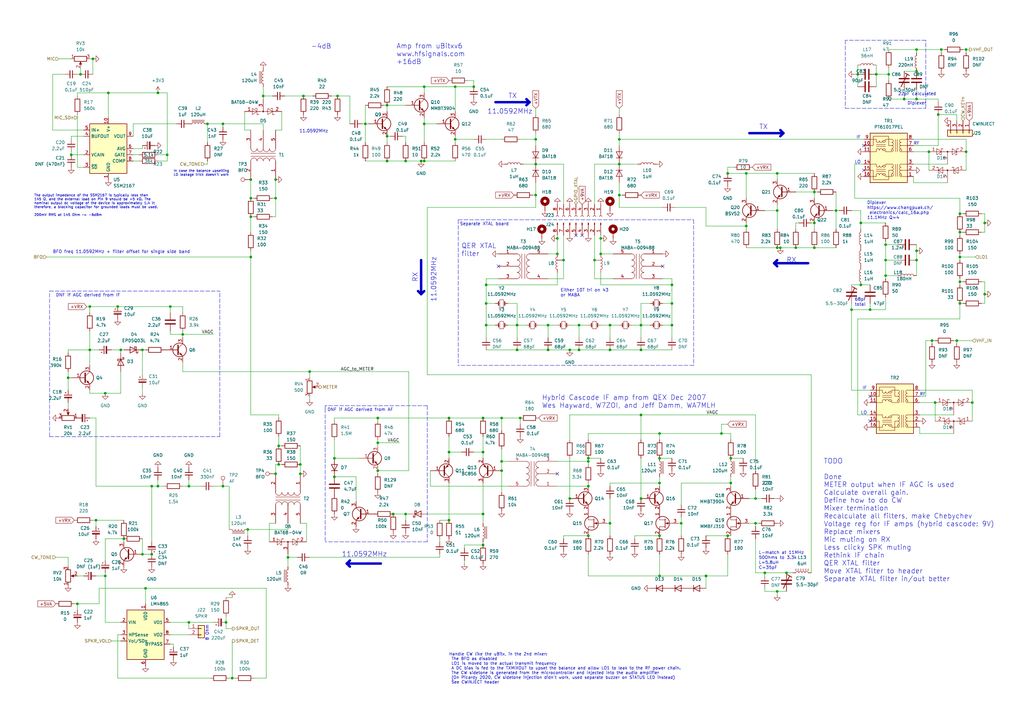
<source format=kicad_sch>
(kicad_sch (version 20211123) (generator eeschema)

  (uuid 0e592cd4-1950-44ef-9727-8e526f4c4e12)

  (paper "A3")

  (title_block
    (title "DART-70 TRX")
    (date "2023-02-08")
    (rev "0")
    (company "HB9EGM")
    (comment 1 "A 4m Band SSB/CW Transceiver")
    (comment 2 "Baseband")
  )

  

  (junction (at 186.69 57.15) (diameter 0) (color 0 0 0 0)
    (uuid 0079a40d-5664-4eb5-a4a1-35e197c9e578)
  )
  (junction (at 172.72 66.04) (diameter 0) (color 0 0 0 0)
    (uuid 027f19f3-a3d5-4daa-a96e-c5d9a71c1df8)
  )
  (junction (at 158.75 55.88) (diameter 0) (color 0 0 0 0)
    (uuid 02d8bab6-e62a-43d8-ae0a-47eb8be52f66)
  )
  (junction (at 58.42 143.51) (diameter 0) (color 0 0 0 0)
    (uuid 059f4155-bed3-4fb2-9baa-d569f31b7e5d)
  )
  (junction (at 320.04 101.6) (diameter 0) (color 0 0 0 0)
    (uuid 076a6a07-11fa-4191-a538-035a47a6b026)
  )
  (junction (at 199.39 124.46) (diameter 0) (color 0 0 0 0)
    (uuid 08e3fbcd-b24c-43b5-a2a5-3ed606084464)
  )
  (junction (at 375.92 20.32) (diameter 0) (color 0 0 0 0)
    (uuid 0e0e432b-78ea-4677-9624-cfa175a66f05)
  )
  (junction (at 262.89 143.51) (diameter 0) (color 0 0 0 0)
    (uuid 0e565d2a-00bb-4f20-8e2e-0f824e8d2762)
  )
  (junction (at 356.87 127) (diameter 0) (color 0 0 0 0)
    (uuid 0e79f50c-6749-4775-a4f9-1113788b2e6b)
  )
  (junction (at 241.3 189.23) (diameter 0) (color 0 0 0 0)
    (uuid 0f8367d0-e4ea-40ae-8dac-4e16d60a532f)
  )
  (junction (at 298.45 71.12) (diameter 0) (color 0 0 0 0)
    (uuid 1012b60c-7995-4cf6-a029-e4cda1fc26a4)
  )
  (junction (at 39.37 213.36) (diameter 0) (color 0 0 0 0)
    (uuid 1761eacf-5516-4f80-af22-ca5c2f3d7629)
  )
  (junction (at 173.99 50.8) (diameter 0) (color 0 0 0 0)
    (uuid 17a2367e-a2ff-4b57-83ee-9ab25894ec97)
  )
  (junction (at 48.26 125.73) (diameter 0) (color 0 0 0 0)
    (uuid 1843d2c0-629c-44e7-8460-03ced60a2111)
  )
  (junction (at 334.01 101.6) (diameter 0) (color 0 0 0 0)
    (uuid 1938c685-27ac-44a9-aab4-2c6ed50b8ec7)
  )
  (junction (at 295.91 177.8) (diameter 0) (color 0 0 0 0)
    (uuid 1a164a1f-45a6-43b7-9b64-349463c23d37)
  )
  (junction (at 166.37 210.82) (diameter 0) (color 0 0 0 0)
    (uuid 1c038126-c738-4381-b698-5c33c4341ae8)
  )
  (junction (at 64.77 38.1) (diameter 0) (color 0 0 0 0)
    (uuid 1d478e31-7d05-4026-94bc-716d6e6d4a57)
  )
  (junction (at 262.89 204.47) (diameter 0) (color 0 0 0 0)
    (uuid 1de51305-582b-4628-8092-75c3cf54eea0)
  )
  (junction (at 113.03 194.31) (diameter 0) (color 0 0 0 0)
    (uuid 1e5b8adc-bfe4-4d62-8fbb-b09ad198c5b6)
  )
  (junction (at 233.68 143.51) (diameter 0) (color 0 0 0 0)
    (uuid 210630ed-a720-499f-8ec9-3630627e1e05)
  )
  (junction (at 194.31 35.56) (diameter 0) (color 0 0 0 0)
    (uuid 222d63d3-68ff-4a04-b7c3-6efd5c4ab9e1)
  )
  (junction (at 381 62.23) (diameter 0) (color 0 0 0 0)
    (uuid 223b72c8-191b-4d26-8e73-2beb56cb0a2b)
  )
  (junction (at 298.45 219.71) (diameter 0) (color 0 0 0 0)
    (uuid 22f086a0-4e36-4832-8e1e-3bdb65f5c3f2)
  )
  (junction (at 212.09 143.51) (diameter 0) (color 0 0 0 0)
    (uuid 24fd922c-d488-4d61-b6dc-9d3e359ccc82)
  )
  (junction (at 299.72 187.96) (diameter 0) (color 0 0 0 0)
    (uuid 2583e10f-d237-4b6a-a35d-cff26f964496)
  )
  (junction (at 384.81 46.99) (diameter 0) (color 0 0 0 0)
    (uuid 2752e81c-fd78-4adc-8a3e-c2100d5bd7d7)
  )
  (junction (at 44.45 38.1) (diameter 0) (color 0 0 0 0)
    (uuid 2792ed93-89db-4e51-99ff-281323e776eb)
  )
  (junction (at 43.18 161.29) (diameter 0) (color 0 0 0 0)
    (uuid 2ac61f93-ebdb-4844-a9b1-76718596cd8a)
  )
  (junction (at 158.75 43.18) (diameter 0) (color 0 0 0 0)
    (uuid 2cd3680a-9e9d-4c97-9125-39c64a75e644)
  )
  (junction (at 270.51 198.12) (diameter 0) (color 0 0 0 0)
    (uuid 2d264e2f-7e31-4a17-86c5-13a68ab3ff7e)
  )
  (junction (at 363.22 106.68) (diameter 0) (color 0 0 0 0)
    (uuid 2fd14c3b-7e81-4330-b4b6-7d3b5d88fd5c)
  )
  (junction (at 393.7 115.57) (diameter 0) (color 0 0 0 0)
    (uuid 2fdc7923-56aa-4f0e-b559-e1b2e79c3c8f)
  )
  (junction (at 114.3 190.5) (diameter 0) (color 0 0 0 0)
    (uuid 30a877c2-a2d2-45b6-a8fa-8c4567fd5621)
  )
  (junction (at 382.27 139.7) (diameter 0) (color 0 0 0 0)
    (uuid 30dc039a-a902-4295-a2ea-7a00c6153126)
  )
  (junction (at 318.77 71.12) (diameter 0) (color 0 0 0 0)
    (uuid 315201dd-7991-408a-b65b-aa397fb29cdd)
  )
  (junction (at 38.1 24.13) (diameter 0) (color 0 0 0 0)
    (uuid 335263d3-7e35-4a9c-83c2-cd71d45f0688)
  )
  (junction (at 383.54 165.1) (diameter 0) (color 0 0 0 0)
    (uuid 3365c11b-b4a5-418d-85ee-41028926f18a)
  )
  (junction (at 351.79 30.48) (diameter 0) (color 0 0 0 0)
    (uuid 3b4c9779-bcad-4732-8142-8c3ab8d0419f)
  )
  (junction (at 173.99 35.56) (diameter 0) (color 0 0 0 0)
    (uuid 3bd6009a-f48b-4c66-92de-4d24549b4c7d)
  )
  (junction (at 161.29 210.82) (diameter 0) (color 0 0 0 0)
    (uuid 3bf0f30a-4c02-4011-9e56-5268cd9a18bc)
  )
  (junction (at 198.12 171.45) (diameter 0) (color 0 0 0 0)
    (uuid 3e9deac2-8e86-484c-b76a-a334d0715f66)
  )
  (junction (at 403.86 120.65) (diameter 0) (color 0 0 0 0)
    (uuid 3f6ba890-8616-4e68-b9d0-3d4eacc2e5c7)
  )
  (junction (at 375.92 106.68) (diameter 0) (color 0 0 0 0)
    (uuid 3fcecab3-b47b-4a8c-9fb9-b323af94bc6b)
  )
  (junction (at 173.99 66.04) (diameter 0) (color 0 0 0 0)
    (uuid 43c88063-044a-47b7-b010-f3fb76152eec)
  )
  (junction (at 375.92 102.87) (diameter 0) (color 0 0 0 0)
    (uuid 446196fa-4af3-4fe1-9348-f02489c61276)
  )
  (junction (at 199.39 133.35) (diameter 0) (color 0 0 0 0)
    (uuid 460147d8-e4b6-4910-88e9-07d1ddd6c2df)
  )
  (junction (at 219.71 57.15) (diameter 0) (color 0 0 0 0)
    (uuid 485f8372-6f58-431e-9419-bfc90ad67732)
  )
  (junction (at 364.49 30.48) (diameter 0) (color 0 0 0 0)
    (uuid 4b3ba67b-606d-4750-abb9-54a01fd7bc1a)
  )
  (junction (at 212.09 133.35) (diameter 0) (color 0 0 0 0)
    (uuid 4b982f8b-ca29-4ebf-88fc-8a50b24e0802)
  )
  (junction (at 359.41 30.48) (diameter 0) (color 0 0 0 0)
    (uuid 4bcbab50-174d-4a4b-8660-c13a99f4d953)
  )
  (junction (at 246.38 104.14) (diameter 0) (color 0 0 0 0)
    (uuid 4d4b296b-354c-4f54-8b98-a9fec52fa110)
  )
  (junction (at 375.92 29.21) (diameter 0) (color 0 0 0 0)
    (uuid 4dbafe87-53e2-4b1b-b9d1-f029995a0c51)
  )
  (junction (at 91.44 50.8) (diameter 0) (color 0 0 0 0)
    (uuid 4f100da6-d6f9-4b77-90f1-fda986c2ed73)
  )
  (junction (at 113.03 81.28) (diameter 0) (color 0 0 0 0)
    (uuid 4f661a6f-98d8-4461-9401-113364b1e3a8)
  )
  (junction (at 184.15 213.36) (diameter 0) (color 0 0 0 0)
    (uuid 510aabe6-d19e-45d2-9ee4-74f6d2e6df89)
  )
  (junction (at 393.7 87.63) (diameter 0) (color 0 0 0 0)
    (uuid 56e3e10b-0165-4e27-9816-f40b5bb7e426)
  )
  (junction (at 275.59 133.35) (diameter 0) (color 0 0 0 0)
    (uuid 5c4341e3-29f4-4014-ad6b-9b4cb50156a6)
  )
  (junction (at 246.38 97.79) (diameter 0) (color 0 0 0 0)
    (uuid 5d58706a-c013-405c-9112-847886006796)
  )
  (junction (at 262.89 133.35) (diameter 0) (color 0 0 0 0)
    (uuid 5dbda758-e74b-4ccf-ad68-495d537d68ba)
  )
  (junction (at 275.59 124.46) (diameter 0) (color 0 0 0 0)
    (uuid 5fc44bfc-3a32-42f5-89ff-303d655beeb1)
  )
  (junction (at 198.12 223.52) (diameter 0) (color 0 0 0 0)
    (uuid 611c0051-64b3-4ff6-b51a-6ea814324060)
  )
  (junction (at 69.85 125.73) (diameter 0) (color 0 0 0 0)
    (uuid 62ed984b-c070-4de1-bd86-30aeb09fb9cd)
  )
  (junction (at 326.39 101.6) (diameter 0) (color 0 0 0 0)
    (uuid 6333a58f-0905-40bf-8806-a9405483f292)
  )
  (junction (at 138.43 39.37) (diameter 0) (color 0 0 0 0)
    (uuid 67d87795-1d4f-4f21-9afa-f7da30e8b867)
  )
  (junction (at 342.9 86.36) (diameter 0) (color 0 0 0 0)
    (uuid 6bdd7ca9-a767-4e33-bf37-498b319fce63)
  )
  (junction (at 102.87 88.9) (diameter 0) (color 0 0 0 0)
    (uuid 6e61ed05-4ce2-4d6e-b300-e8935e213361)
  )
  (junction (at 62.23 227.33) (diameter 0) (color 0 0 0 0)
    (uuid 707b1436-6255-4e74-ac3c-e365f258d4c7)
  )
  (junction (at 270.51 236.22) (diameter 0) (color 0 0 0 0)
    (uuid 711716b4-cb3c-40a8-915f-7a9cd1c1a345)
  )
  (junction (at 306.07 92.71) (diameter 0) (color 0 0 0 0)
    (uuid 71548298-edf3-48ed-bda9-4f920bb3ffda)
  )
  (junction (at 334.01 91.44) (diameter 0) (color 0 0 0 0)
    (uuid 7203aae8-7ab5-4754-be1f-92fd79bf7883)
  )
  (junction (at 228.6 104.14) (diameter 0) (color 0 0 0 0)
    (uuid 7292e3c7-8290-4fad-a17c-92a17c78ac6c)
  )
  (junction (at 127 152.4) (diameter 0) (color 0 0 0 0)
    (uuid 76f10a7e-8bc4-4240-8e23-1f6453db5228)
  )
  (junction (at 254 57.15) (diameter 0) (color 0 0 0 0)
    (uuid 782fd8fa-9fb0-44b6-bdfd-23367a676327)
  )
  (junction (at 299.72 198.12) (diameter 0) (color 0 0 0 0)
    (uuid 79aa4561-3272-488a-aacc-d24a783bf3fa)
  )
  (junction (at 393.7 105.41) (diameter 0) (color 0 0 0 0)
    (uuid 88658da7-484b-4fb1-bd87-cf0fe9fbbc98)
  )
  (junction (at 318.77 86.36) (diameter 0) (color 0 0 0 0)
    (uuid 897a30bd-82ab-4191-9e1c-88c95eb420c0)
  )
  (junction (at 205.74 171.45) (diameter 0) (color 0 0 0 0)
    (uuid 89924c9d-894c-4783-bb98-91fe4fffc426)
  )
  (junction (at 363.22 100.33) (diameter 0) (color 0 0 0 0)
    (uuid 89a0992d-b4b4-4a98-9018-0c3e3ac7c4ed)
  )
  (junction (at 403.86 91.44) (diameter 0) (color 0 0 0 0)
    (uuid 8a030abd-885a-4b15-b74a-b44dc2b6c7d7)
  )
  (junction (at 334.01 78.74) (diameter 0) (color 0 0 0 0)
    (uuid 8cad30c6-cd21-4b04-8aa8-5dfd9876668a)
  )
  (junction (at 370.84 40.64) (diameter 0) (color 0 0 0 0)
    (uuid 8d45f61e-b48a-4d9a-9705-81179d1cee29)
  )
  (junction (at 92.71 255.27) (diameter 0) (color 0 0 0 0)
    (uuid 8d612602-5cc8-45dd-a943-2a29be4b9ede)
  )
  (junction (at 102.87 81.28) (diameter 0) (color 0 0 0 0)
    (uuid 8edc9989-feda-4190-96e8-8ba0ca953891)
  )
  (junction (at 43.18 236.22) (diameter 0) (color 0 0 0 0)
    (uuid 8f57152a-781e-4e8e-b36c-e81f9a864e3b)
  )
  (junction (at 250.19 214.63) (diameter 0) (color 0 0 0 0)
    (uuid 91049a94-ccf8-463e-ab05-8a76a56be653)
  )
  (junction (at 309.88 214.63) (diameter 0) (color 0 0 0 0)
    (uuid 9134413a-edf3-40ce-9ec2-93a536746842)
  )
  (junction (at 318.77 242.57) (diameter 0) (color 0 0 0 0)
    (uuid 92b5166e-7b6a-4c31-94b5-b9d3f56f30b6)
  )
  (junction (at 205.74 189.23) (diameter 0) (color 0 0 0 0)
    (uuid 94a7e072-a853-4895-a974-0e863ac9edc2)
  )
  (junction (at 113.03 73.66) (diameter 0) (color 0 0 0 0)
    (uuid 9501ad82-8c5c-4bd6-a4e5-d738b7099508)
  )
  (junction (at 224.79 133.35) (diameter 0) (color 0 0 0 0)
    (uuid 9666bb6a-0c1d-4c92-be6d-94a465ec5c51)
  )
  (junction (at 64.77 199.39) (diameter 0) (color 0 0 0 0)
    (uuid 97e09b83-0572-4634-8ce7-0a86f1339fd8)
  )
  (junction (at 107.95 39.37) (diameter 0) (color 0 0 0 0)
    (uuid 983034d1-18ea-4dac-8753-9630cc5e0592)
  )
  (junction (at 386.08 20.32) (diameter 0) (color 0 0 0 0)
    (uuid 9873db56-1f37-4fe2-98ad-60e4c87af40c)
  )
  (junction (at 275.59 116.84) (diameter 0) (color 0 0 0 0)
    (uuid 9918dbb5-067b-4f72-a60f-e99dd790b7bf)
  )
  (junction (at 270.51 177.8) (diameter 0) (color 0 0 0 0)
    (uuid 994aaeb0-a945-4297-8f22-64b15ec2470b)
  )
  (junction (at 254 80.01) (diameter 0) (color 0 0 0 0)
    (uuid 99c68e22-79ac-4df3-82ed-69d5274feb54)
  )
  (junction (at 363.22 113.03) (diameter 0) (color 0 0 0 0)
    (uuid 9a438e91-12f1-4003-9587-51635f0ae695)
  )
  (junction (at 219.71 80.01) (diameter 0) (color 0 0 0 0)
    (uuid 9cae7022-94ae-4784-b773-30ffde5822a7)
  )
  (junction (at 102.87 73.66) (diameter 0) (color 0 0 0 0)
    (uuid 9d0f1857-3b05-4e01-b461-94289f64ce4a)
  )
  (junction (at 123.19 194.31) (diameter 0) (color 0 0 0 0)
    (uuid 9d1032f1-04b7-4a45-a406-c5f306a5a4a3)
  )
  (junction (at 154.94 193.04) (diameter 0) (color 0 0 0 0)
    (uuid a31e2cb7-a272-450b-beca-1b3c3565662d)
  )
  (junction (at 393.7 95.25) (diameter 0) (color 0 0 0 0)
    (uuid a4615cb6-40e1-4e6b-aa44-484a7357f4a4)
  )
  (junction (at 198.12 185.42) (diameter 0) (color 0 0 0 0)
    (uuid a4ec02e9-e140-4dcc-958f-47f7624526cb)
  )
  (junction (at 36.83 125.73) (diameter 0) (color 0 0 0 0)
    (uuid a65cad0c-0ef1-4ea5-a965-4eae7ac1f6af)
  )
  (junction (at 231.14 106.68) (diameter 0) (color 0 0 0 0)
    (uuid a662cdd6-a57e-4364-b8b3-c025c426c5be)
  )
  (junction (at 31.75 247.65) (diameter 0) (color 0 0 0 0)
    (uuid a69f72c8-ce0f-4293-bf44-c6832495c836)
  )
  (junction (at 77.47 199.39) (diameter 0) (color 0 0 0 0)
    (uuid a7cad282-51c3-4f24-be5e-311c2c5e959b)
  )
  (junction (at 137.16 195.58) (diameter 0) (color 0 0 0 0)
    (uuid a8675aa5-24f4-4a65-9564-259800e24a61)
  )
  (junction (at 228.6 97.79) (diameter 0) (color 0 0 0 0)
    (uuid aa537d78-628c-458e-8a08-c2dae82aca82)
  )
  (junction (at 318.77 101.6) (diameter 0) (color 0 0 0 0)
    (uuid aad5fe2f-2964-4c2f-90b5-8ec10e02fb70)
  )
  (junction (at 158.75 66.04) (diameter 0) (color 0 0 0 0)
    (uuid ab5a5163-9113-4726-bc7a-7e25f5bcb137)
  )
  (junction (at 27.94 154.94) (diameter 0) (color 0 0 0 0)
    (uuid ac0e5582-f44c-4bc2-8ae7-2c3f1115fb00)
  )
  (junction (at 33.02 30.48) (diameter 0) (color 0 0 0 0)
    (uuid ad2d033c-4040-4813-b5da-82cf827f9d86)
  )
  (junction (at 237.49 133.35) (diameter 0) (color 0 0 0 0)
    (uuid ad485fa9-ca4c-467a-b6d9-302ae2ec4eaa)
  )
  (junction (at 91.44 199.39) (diameter 0) (color 0 0 0 0)
    (uuid ae4c18cc-90ed-4d31-b27a-ee22bf49a14e)
  )
  (junction (at 237.49 143.51) (diameter 0) (color 0 0 0 0)
    (uuid aed41e50-066a-4d5d-9b35-33c86a58f817)
  )
  (junction (at 309.88 204.47) (diameter 0) (color 0 0 0 0)
    (uuid b046cbfe-7bd9-4ac8-9c60-a84b90a07076)
  )
  (junction (at 198.12 210.82) (diameter 0) (color 0 0 0 0)
    (uuid b0bd599f-5320-4de4-9844-b1248597f45d)
  )
  (junction (at 59.69 241.3) (diameter 0) (color 0 0 0 0)
    (uuid b2c93e47-1b35-4bce-b217-c95c59af9fea)
  )
  (junction (at 102.87 105.41) (diameter 0) (color 0 0 0 0)
    (uuid b2fc5a98-a9c8-4ffb-bf05-9a95788a6f6e)
  )
  (junction (at 199.39 116.84) (diameter 0) (color 0 0 0 0)
    (uuid b3ba518e-938d-434b-8f72-5ecf3fd42313)
  )
  (junction (at 154.94 181.61) (diameter 0) (color 0 0 0 0)
    (uuid b52e2ac1-1ad4-4299-a3b7-5950aeda9b09)
  )
  (junction (at 219.71 67.31) (diameter 0) (color 0 0 0 0)
    (uuid b55942a4-2e67-4c91-a2e2-17d287af1b39)
  )
  (junction (at 58.42 227.33) (diameter 0) (color 0 0 0 0)
    (uuid b67c5032-3958-4f67-8cff-2bc749aa2559)
  )
  (junction (at 68.58 63.5) (diameter 0) (color 0 0 0 0)
    (uuid b6a3e709-356a-4a55-ac00-07ba73afac37)
  )
  (junction (at 313.69 234.95) (diameter 0) (color 0 0 0 0)
    (uuid b7b0b83f-2dad-41a6-8e3b-dd0617021680)
  )
  (junction (at 233.68 204.47) (diameter 0) (color 0 0 0 0)
    (uuid bb8fc86a-138e-468d-a6f3-4d425bea2798)
  )
  (junction (at 241.3 199.39) (diameter 0) (color 0 0 0 0)
    (uuid bcb7b50e-e30b-4748-9ad3-15fd19268fd8)
  )
  (junction (at 270.51 187.96) (diameter 0) (color 0 0 0 0)
    (uuid bdd38f4a-d1f5-49ea-86a0-7074369f7406)
  )
  (junction (at 101.6 217.17) (diameter 0) (color 0 0 0 0)
    (uuid bf1cf86a-4cef-455a-b67c-093dbb9970e5)
  )
  (junction (at 95.25 278.13) (diameter 0) (color 0 0 0 0)
    (uuid bff74fb8-2e53-4140-9d30-8bb9b336dda4)
  )
  (junction (at 50.8 220.98) (diameter 0) (color 0 0 0 0)
    (uuid c07980be-125c-4459-be81-f2b8371f5ae2)
  )
  (junction (at 205.74 193.04) (diameter 0) (color 0 0 0 0)
    (uuid c41a688f-80a3-4252-bb37-134631846db3)
  )
  (junction (at 250.19 143.51) (diameter 0) (color 0 0 0 0)
    (uuid c8816f2b-d043-4f02-8988-815e5e7435ee)
  )
  (junction (at 118.11 228.6) (diameter 0) (color 0 0 0 0)
    (uuid c8c4fbfe-4e9c-445d-882a-7f1bac80adc8)
  )
  (junction (at 250.19 133.35) (diameter 0) (color 0 0 0 0)
    (uuid ca2ddb3d-eff7-4148-ac57-d5c14ba8be31)
  )
  (junction (at 393.7 124.46) (diameter 0) (color 0 0 0 0)
    (uuid ca5a4e59-a0d9-41f3-a4f9-8e9003dc636c)
  )
  (junction (at 241.3 187.96) (diameter 0) (color 0 0 0 0)
    (uuid cf4a7a0f-4b62-4a14-8810-1f9be9bb8bca)
  )
  (junction (at 375.92 40.64) (diameter 0) (color 0 0 0 0)
    (uuid cfd26f0b-c959-40e8-8a7e-48204bb5c64f)
  )
  (junction (at 224.79 143.51) (diameter 0) (color 0 0 0 0)
    (uuid d3e01bdf-5c14-407f-80a1-1d934fc04fab)
  )
  (junction (at 149.86 50.8) (diameter 0) (color 0 0 0 0)
    (uuid d46cfddd-ae59-45a8-a05e-501b77d91351)
  )
  (junction (at 124.46 39.37) (diameter 0) (color 0 0 0 0)
    (uuid d47b6e93-2883-4b61-9107-b49e482eb126)
  )
  (junction (at 270.51 219.71) (diameter 0) (color 0 0 0 0)
    (uuid d5fa5081-044e-4305-8f5d-d2a56bf86d29)
  )
  (junction (at 77.47 255.27) (diameter 0) (color 0 0 0 0)
    (uuid d6fda246-3399-48cd-8a06-99bbdf8c75e4)
  )
  (junction (at 241.3 219.71) (diameter 0) (color 0 0 0 0)
    (uuid d703d54e-2823-4563-98c8-59d8b8b54fec)
  )
  (junction (at 166.37 66.04) (diameter 0) (color 0 0 0 0)
    (uuid d774c163-0e71-4e59-99e8-33a6c910c00d)
  )
  (junction (at 62.23 199.39) (diameter 0) (color 0 0 0 0)
    (uuid d7d4c350-2318-4a09-b921-0a78963f6666)
  )
  (junction (at 254 67.31) (diameter 0) (color 0 0 0 0)
    (uuid d964cb21-9482-4b14-9981-964030a476a5)
  )
  (junction (at 396.24 62.23) (diameter 0) (color 0 0 0 0)
    (uuid daa9b5c5-21a2-4482-b81a-69bb9f749fb7)
  )
  (junction (at 186.69 35.56) (diameter 0) (color 0 0 0 0)
    (uuid dcdfeb28-863e-4a43-ad64-f6e45863b4d7)
  )
  (junction (at 213.36 171.45) (diameter 0) (color 0 0 0 0)
    (uuid ddaaa428-40ee-45ee-a789-6961e25a11bb)
  )
  (junction (at 392.43 139.7) (diameter 0) (color 0 0 0 0)
    (uuid de1eb50d-ef90-4d0d-a112-fc865a422b99)
  )
  (junction (at 289.56 236.22) (diameter 0) (color 0 0 0 0)
    (uuid df231e82-dc0c-49c1-a01b-d2be84591ff3)
  )
  (junction (at 322.58 234.95) (diameter 0) (color 0 0 0 0)
    (uuid e15f6002-d342-413a-a773-225c5f4cfb04)
  )
  (junction (at 396.24 20.32) (diameter 0) (color 0 0 0 0)
    (uuid e2d27bd1-d4c5-4321-a13b-160cb2d6015d)
  )
  (junction (at 49.53 143.51) (diameter 0) (color 0 0 0 0)
    (uuid e3903eeb-8b72-4b40-a088-cbbba270c01b)
  )
  (junction (at 184.15 171.45) (diameter 0) (color 0 0 0 0)
    (uuid e68e2295-e5ad-41e7-931d-7bf2c40e2981)
  )
  (junction (at 279.4 214.63) (diameter 0) (color 0 0 0 0)
    (uuid e736b041-4756-4726-980f-1b93cf00a2ad)
  )
  (junction (at 243.84 106.68) (diameter 0) (color 0 0 0 0)
    (uuid e7eee956-d2ad-4d33-9823-9759f9a8aab1)
  )
  (junction (at 74.93 137.16) (diameter 0) (color 0 0 0 0)
    (uuid e8558fbd-ea42-43a6-966a-7bd304bdfaad)
  )
  (junction (at 353.06 91.44) (diameter 0) (color 0 0 0 0)
    (uuid e8822f44-e7ca-47f3-a9bc-951244c889e7)
  )
  (junction (at 36.83 143.51) (diameter 0) (color 0 0 0 0)
    (uuid eac540a2-0555-4530-b9cb-9b037a65c0a7)
  )
  (junction (at 114.3 182.88) (diameter 0) (color 0 0 0 0)
    (uuid eb3c65f0-3082-4c13-98c1-cac8dc7eccac)
  )
  (junction (at 137.16 187.96) (diameter 0) (color 0 0 0 0)
    (uuid ecba702e-9fb5-4bd7-9b08-5197492ec54b)
  )
  (junction (at 349.25 127) (diameter 0) (color 0 0 0 0)
    (uuid ef4c798c-4721-49f1-8016-e362a6672715)
  )
  (junction (at 398.78 165.1) (diameter 0) (color 0 0 0 0)
    (uuid efac21da-3f93-4ae4-bab8-dbdec293c35e)
  )
  (junction (at 306.07 71.12) (diameter 0) (color 0 0 0 0)
    (uuid f02e930f-fe1a-4921-a9df-ee330f41d2bd)
  )
  (junction (at 154.94 171.45) (diameter 0) (color 0 0 0 0)
    (uuid f1a9e2a2-6347-4852-b335-cf8402c433a4)
  )
  (junction (at 353.06 116.84) (diameter 0) (color 0 0 0 0)
    (uuid f22dadd7-4a1b-4449-b981-cbbeced9fbc5)
  )
  (junction (at 85.09 50.8) (diameter 0) (color 0 0 0 0)
    (uuid f9362574-7797-4e6e-9765-e515232ee831)
  )
  (junction (at 184.15 185.42) (diameter 0) (color 0 0 0 0)
    (uuid fb5d1a59-18d1-49ea-b504-10e76cce8897)
  )
  (junction (at 123.19 190.5) (diameter 0) (color 0 0 0 0)
    (uuid fbe71f6a-7e5a-41f1-9e6e-b2e94d49a3bc)
  )
  (junction (at 29.21 63.5) (diameter 0) (color 0 0 0 0)
    (uuid fe2b05f5-675b-44d0-956c-c5829b7c692a)
  )
  (junction (at 262.89 170.18) (diameter 0) (color 0 0 0 0)
    (uuid fe2ce942-d4c5-4b3f-a09e-cda9276450f6)
  )

  (no_connect (at 356.87 172.72) (uuid 112718f1-f222-4c50-a4f0-a42dabd066b7))
  (no_connect (at 236.22 96.52) (uuid 2b99a1e6-5f67-436f-9ed5-38e8bfd4c142))
  (no_connect (at 354.33 69.85) (uuid 36cd8509-4b06-4001-aa2f-00b548cb4477))
  (no_connect (at 204.47 109.22) (uuid 4866aeb4-d287-46eb-8d15-c55d9c708490))
  (no_connect (at 354.33 59.69) (uuid 6226f2ac-b9bf-4733-a388-cd49aa6934ae))
  (no_connect (at 356.87 162.56) (uuid 69a2fbd1-0689-4722-b099-d7d4b3a2c805))
  (no_connect (at 271.78 109.22) (uuid 8a4c8ee9-530e-4698-8694-1dcab411e819))
  (no_connect (at 228.6 194.31) (uuid afdb3662-3196-4d9d-b0e8-7f416bb5cd4f))
  (no_connect (at 238.76 96.52) (uuid ee08a6c2-528a-478b-9089-08fe9a37ec7e))

  (wire (pts (xy 403.86 87.63) (xy 403.86 91.44))
    (stroke (width 0) (type default) (color 0 0 0 0))
    (uuid 006436ec-9ab2-4589-83be-4667e52db3bf)
  )
  (wire (pts (xy 205.74 171.45) (xy 205.74 176.53))
    (stroke (width 0) (type default) (color 0 0 0 0))
    (uuid 00c27d59-c437-4bee-9cde-cbd48a34e31b)
  )
  (wire (pts (xy 318.77 83.82) (xy 318.77 86.36))
    (stroke (width 0) (type default) (color 0 0 0 0))
    (uuid 00cf6024-5820-4cff-8981-5be2b438caf3)
  )
  (wire (pts (xy 87.63 199.39) (xy 91.44 199.39))
    (stroke (width 0) (type default) (color 0 0 0 0))
    (uuid 0113fe75-9787-49bd-865f-03242ce2a366)
  )
  (wire (pts (xy 219.71 57.15) (xy 219.71 54.61))
    (stroke (width 0) (type default) (color 0 0 0 0))
    (uuid 0125f083-fa2b-4a11-85be-7853b609b001)
  )
  (wire (pts (xy 359.41 30.48) (xy 359.41 35.56))
    (stroke (width 0) (type default) (color 0 0 0 0))
    (uuid 01c67c04-8ed4-481b-b382-ac69e0a55001)
  )
  (wire (pts (xy 68.58 66.04) (xy 64.77 66.04))
    (stroke (width 0) (type default) (color 0 0 0 0))
    (uuid 01caafb3-af8a-4642-870c-c290b286d040)
  )
  (wire (pts (xy 219.71 74.93) (xy 219.71 80.01))
    (stroke (width 0) (type default) (color 0 0 0 0))
    (uuid 01cceb30-c85f-4510-b324-8d17341fc730)
  )
  (wire (pts (xy 166.37 43.18) (xy 158.75 43.18))
    (stroke (width 0) (type default) (color 0 0 0 0))
    (uuid 01f0181c-303d-46c7-ba34-20eee1c48cd1)
  )
  (wire (pts (xy 173.99 50.8) (xy 179.07 50.8))
    (stroke (width 0) (type default) (color 0 0 0 0))
    (uuid 0222c276-ce98-44cf-9ac7-d0d00163570d)
  )
  (wire (pts (xy 190.5 231.14) (xy 190.5 229.87))
    (stroke (width 0) (type default) (color 0 0 0 0))
    (uuid 027fc545-8a42-4646-8424-467711418116)
  )
  (wire (pts (xy 114.3 170.18) (xy 114.3 171.45))
    (stroke (width 0) (type default) (color 0 0 0 0))
    (uuid 0332aa97-cadc-4e7a-b8af-ca59e255597d)
  )
  (wire (pts (xy 173.99 66.04) (xy 186.69 66.04))
    (stroke (width 0) (type default) (color 0 0 0 0))
    (uuid 035d062f-f875-4853-8ca1-a348c3967bb1)
  )
  (wire (pts (xy 113.03 214.63) (xy 110.49 214.63))
    (stroke (width 0) (type default) (color 0 0 0 0))
    (uuid 03b7756f-0559-43eb-b24d-3aefa5a15899)
  )
  (wire (pts (xy 394.97 20.32) (xy 396.24 20.32))
    (stroke (width 0) (type default) (color 0 0 0 0))
    (uuid 03ce6745-00b2-4d2b-bad7-eb9745172859)
  )
  (wire (pts (xy 166.37 210.82) (xy 161.29 210.82))
    (stroke (width 0) (type default) (color 0 0 0 0))
    (uuid 03dd13e2-d89f-47ed-8a2f-ce75e7a97ef3)
  )
  (wire (pts (xy 262.89 133.35) (xy 266.7 133.35))
    (stroke (width 0) (type default) (color 0 0 0 0))
    (uuid 042fe62b-53aa-4e86-97d0-9ccb1e16a895)
  )
  (wire (pts (xy 379.73 139.7) (xy 382.27 139.7))
    (stroke (width 0) (type default) (color 0 0 0 0))
    (uuid 0437af13-5b81-4e18-82d5-0ec28c5d895f)
  )
  (wire (pts (xy 374.65 74.93) (xy 374.65 72.39))
    (stroke (width 0) (type default) (color 0 0 0 0))
    (uuid 047a18ce-9e77-4d7d-a9ce-60b21f671177)
  )
  (wire (pts (xy 31.75 68.58) (xy 34.29 68.58))
    (stroke (width 0) (type default) (color 0 0 0 0))
    (uuid 04868f85-bc69-4fa9-8e62-d78ffe5ae58e)
  )
  (wire (pts (xy 396.24 20.32) (xy 397.51 20.32))
    (stroke (width 0) (type default) (color 0 0 0 0))
    (uuid 04ef368b-f4e9-48da-956c-ee93cb3d01e8)
  )
  (wire (pts (xy 363.22 106.68) (xy 363.22 113.03))
    (stroke (width 0) (type default) (color 0 0 0 0))
    (uuid 05ddadd4-94df-4d6a-b500-ff320675ba33)
  )
  (wire (pts (xy 241.3 227.33) (xy 241.3 236.22))
    (stroke (width 0) (type default) (color 0 0 0 0))
    (uuid 066671d9-1fdf-4a05-a7e7-cadb7d44b89f)
  )
  (wire (pts (xy 356.87 124.46) (xy 356.87 127))
    (stroke (width 0) (type default) (color 0 0 0 0))
    (uuid 06fedb5b-65dd-4aa0-9e2d-b04e5a505f26)
  )
  (wire (pts (xy 208.28 124.46) (xy 212.09 124.46))
    (stroke (width 0) (type default) (color 0 0 0 0))
    (uuid 082d865b-0a4e-49c3-b18b-be47fd4a465a)
  )
  (wire (pts (xy 382.27 139.7) (xy 383.54 139.7))
    (stroke (width 0) (type default) (color 0 0 0 0))
    (uuid 0830aef1-c986-42f8-ba6a-a3fcacbf0210)
  )
  (wire (pts (xy 309.88 234.95) (xy 309.88 220.98))
    (stroke (width 0) (type default) (color 0 0 0 0))
    (uuid 08c8f1b4-737d-438b-967e-a77cce3833c0)
  )
  (wire (pts (xy 58.42 143.51) (xy 58.42 153.67))
    (stroke (width 0) (type default) (color 0 0 0 0))
    (uuid 09321bf4-1ea1-49b5-b1f9-ac29d6606a74)
  )
  (wire (pts (xy 173.99 35.56) (xy 186.69 35.56))
    (stroke (width 0) (type default) (color 0 0 0 0))
    (uuid 0943dfff-08fd-4176-a97a-8e271f47b148)
  )
  (wire (pts (xy 393.7 105.41) (xy 393.7 104.14))
    (stroke (width 0) (type default) (color 0 0 0 0))
    (uuid 09aa0d32-f4dc-42fd-a756-e1229737bd34)
  )
  (wire (pts (xy 289.56 236.22) (xy 289.56 241.3))
    (stroke (width 0) (type default) (color 0 0 0 0))
    (uuid 0a0c053c-54e0-4f14-b909-036d0c5fbf08)
  )
  (wire (pts (xy 158.75 43.18) (xy 158.75 45.72))
    (stroke (width 0) (type default) (color 0 0 0 0))
    (uuid 0a80373e-7854-41a7-8441-30fd81967887)
  )
  (wire (pts (xy 254 74.93) (xy 254 80.01))
    (stroke (width 0) (type default) (color 0 0 0 0))
    (uuid 0a9f993d-d83a-4cdc-bae3-0f40dd545220)
  )
  (wire (pts (xy 279.4 198.12) (xy 299.72 198.12))
    (stroke (width 0) (type default) (color 0 0 0 0))
    (uuid 0b5e9f79-a50b-4078-b2be-eff1d45ab7fc)
  )
  (wire (pts (xy 219.71 80.01) (xy 219.71 85.09))
    (stroke (width 0) (type default) (color 0 0 0 0))
    (uuid 0c3bb475-57a3-4465-801b-1823c9a733cc)
  )
  (wire (pts (xy 309.88 234.95) (xy 313.69 234.95))
    (stroke (width 0) (type default) (color 0 0 0 0))
    (uuid 0dc79dd3-c584-4173-b914-e6a8bcd18e45)
  )
  (wire (pts (xy 36.83 135.89) (xy 36.83 143.51))
    (stroke (width 0) (type default) (color 0 0 0 0))
    (uuid 0e1c6bbc-4cc4-4ce9-b48a-8292bb286da8)
  )
  (wire (pts (xy 246.38 97.79) (xy 246.38 96.52))
    (stroke (width 0) (type default) (color 0 0 0 0))
    (uuid 0f4b5c7f-79aa-4c46-b222-58e7e288b195)
  )
  (wire (pts (xy 33.02 27.94) (xy 33.02 30.48))
    (stroke (width 0) (type default) (color 0 0 0 0))
    (uuid 100847e3-630c-4c13-ba45-180e92370805)
  )
  (wire (pts (xy 318.77 71.12) (xy 318.77 73.66))
    (stroke (width 0) (type default) (color 0 0 0 0))
    (uuid 10ef0d40-b427-4fac-bff7-e8ca2d279fd2)
  )
  (wire (pts (xy 166.37 66.04) (xy 172.72 66.04))
    (stroke (width 0) (type default) (color 0 0 0 0))
    (uuid 11ac1ac8-72b6-43ed-915e-50f87561daf8)
  )
  (wire (pts (xy 107.95 50.8) (xy 91.44 50.8))
    (stroke (width 0) (type default) (color 0 0 0 0))
    (uuid 12340fb8-cd9c-4069-beec-13d4d2ea0d99)
  )
  (polyline (pts (xy 307.34 54.61) (xy 321.31 54.61))
    (stroke (width 1) (type solid) (color 0 0 0 0))
    (uuid 1281d63b-9c8c-4454-9b2d-0bbbc27e2ae7)
  )

  (wire (pts (xy 44.45 38.1) (xy 64.77 38.1))
    (stroke (width 0) (type default) (color 0 0 0 0))
    (uuid 12e17856-cd8c-41a8-bb2e-9faca10b0973)
  )
  (wire (pts (xy 393.7 130.81) (xy 351.79 130.81))
    (stroke (width 0) (type default) (color 0 0 0 0))
    (uuid 15352954-5a6d-4167-94e3-a8475b279783)
  )
  (wire (pts (xy 43.18 234.95) (xy 43.18 236.22))
    (stroke (width 0) (type default) (color 0 0 0 0))
    (uuid 15e1025c-faeb-49ff-aaa3-6ba9acaabd98)
  )
  (wire (pts (xy 137.16 172.72) (xy 137.16 171.45))
    (stroke (width 0) (type default) (color 0 0 0 0))
    (uuid 1606d99f-0508-4f2e-b63b-47e62c4312ee)
  )
  (wire (pts (xy 386.08 21.59) (xy 386.08 20.32))
    (stroke (width 0) (type default) (color 0 0 0 0))
    (uuid 16070e3c-2cc9-4d09-bef3-8ceccb63947e)
  )
  (wire (pts (xy 36.83 125.73) (xy 36.83 128.27))
    (stroke (width 0) (type default) (color 0 0 0 0))
    (uuid 16aa2316-1a67-45e5-b6c4-e59dd85814f4)
  )
  (wire (pts (xy 334.01 71.12) (xy 318.77 71.12))
    (stroke (width 0) (type default) (color 0 0 0 0))
    (uuid 16b8184d-4364-4664-b33c-1e355c0b0e6c)
  )
  (wire (pts (xy 298.45 68.58) (xy 298.45 71.12))
    (stroke (width 0) (type default) (color 0 0 0 0))
    (uuid 171c47c2-e63c-45a5-b02c-078b78214786)
  )
  (wire (pts (xy 115.57 182.88) (xy 114.3 182.88))
    (stroke (width 0) (type default) (color 0 0 0 0))
    (uuid 17c93850-5ebd-4f0d-b8eb-52bf14b01af4)
  )
  (wire (pts (xy 186.69 35.56) (xy 194.31 35.56))
    (stroke (width 0) (type default) (color 0 0 0 0))
    (uuid 18723066-b973-43bf-8bbf-4c210121a928)
  )
  (wire (pts (xy 334.01 78.74) (xy 334.01 81.28))
    (stroke (width 0) (type default) (color 0 0 0 0))
    (uuid 189610aa-2967-4418-8b8b-b36bdf6bc60b)
  )
  (wire (pts (xy 375.92 100.33) (xy 375.92 102.87))
    (stroke (width 0) (type default) (color 0 0 0 0))
    (uuid 19028db1-670b-4d84-9d20-5aa2f8585dd7)
  )
  (wire (pts (xy 342.9 101.6) (xy 334.01 101.6))
    (stroke (width 0) (type default) (color 0 0 0 0))
    (uuid 1966977a-39df-4890-91de-0e8ae767b0a0)
  )
  (wire (pts (xy 186.69 57.15) (xy 194.31 57.15))
    (stroke (width 0) (type default) (color 0 0 0 0))
    (uuid 19a56892-f9d5-4508-ab75-59721c555275)
  )
  (wire (pts (xy 313.69 242.57) (xy 313.69 241.3))
    (stroke (width 0) (type default) (color 0 0 0 0))
    (uuid 1a255025-6cad-4a3e-8763-c9c3ba585d53)
  )
  (wire (pts (xy 326.39 101.6) (xy 320.04 101.6))
    (stroke (width 0) (type default) (color 0 0 0 0))
    (uuid 1a86e987-6d08-4b7a-b2e3-f89b9863e895)
  )
  (wire (pts (xy 146.05 195.58) (xy 146.05 205.74))
    (stroke (width 0) (type default) (color 0 0 0 0))
    (uuid 1a9613ab-fb34-4a02-8365-aadaa421dfaf)
  )
  (wire (pts (xy 27.94 143.51) (xy 36.83 143.51))
    (stroke (width 0) (type default) (color 0 0 0 0))
    (uuid 1a9f0d73-6986-450b-8da5-dca8d718cd0d)
  )
  (wire (pts (xy 375.92 20.32) (xy 386.08 20.32))
    (stroke (width 0) (type default) (color 0 0 0 0))
    (uuid 1b89864d-e042-4259-99ab-c96136a33a11)
  )
  (wire (pts (xy 350.52 67.31) (xy 350.52 81.28))
    (stroke (width 0) (type default) (color 0 0 0 0))
    (uuid 1c0378fb-8fa4-4942-8a64-86b9252ef636)
  )
  (wire (pts (xy 262.89 143.51) (xy 275.59 143.51))
    (stroke (width 0) (type default) (color 0 0 0 0))
    (uuid 1d8cbdb8-b0d5-4f06-84c8-05770b7e9555)
  )
  (wire (pts (xy 219.71 59.69) (xy 219.71 57.15))
    (stroke (width 0) (type default) (color 0 0 0 0))
    (uuid 1dbe419a-f71e-4ab5-9a49-e58e75747fdf)
  )
  (wire (pts (xy 118.11 217.17) (xy 101.6 217.17))
    (stroke (width 0) (type default) (color 0 0 0 0))
    (uuid 1dc9a7fa-415c-4243-97fb-46b0d627e89d)
  )
  (wire (pts (xy 137.16 171.45) (xy 154.94 171.45))
    (stroke (width 0) (type default) (color 0 0 0 0))
    (uuid 1ddbded3-4d65-49ba-8123-18c72e4b7f4a)
  )
  (wire (pts (xy 363.22 113.03) (xy 363.22 114.3))
    (stroke (width 0) (type default) (color 0 0 0 0))
    (uuid 1e2c0cdd-08a6-4586-b370-3ffc74205845)
  )
  (wire (pts (xy 243.84 106.68) (xy 243.84 114.3))
    (stroke (width 0) (type default) (color 0 0 0 0))
    (uuid 1e9638be-d271-44b9-9bc3-e37783c8782f)
  )
  (wire (pts (xy 158.75 66.04) (xy 166.37 66.04))
    (stroke (width 0) (type default) (color 0 0 0 0))
    (uuid 1f1052c4-d15a-450f-8bb0-3cc3f3592607)
  )
  (wire (pts (xy 250.19 204.47) (xy 250.19 214.63))
    (stroke (width 0) (type default) (color 0 0 0 0))
    (uuid 1f1c22b1-15a3-4e28-88a5-25ba2fbef197)
  )
  (wire (pts (xy 212.09 124.46) (xy 212.09 133.35))
    (stroke (width 0) (type default) (color 0 0 0 0))
    (uuid 1fd73780-e017-4e2c-9674-56cb6f09dc2d)
  )
  (wire (pts (xy 246.38 116.84) (xy 275.59 116.84))
    (stroke (width 0) (type default) (color 0 0 0 0))
    (uuid 2163a967-be2d-4344-a94d-f1b8da3dc3a3)
  )
  (wire (pts (xy 396.24 57.15) (xy 396.24 62.23))
    (stroke (width 0) (type default) (color 0 0 0 0))
    (uuid 2171e051-2b1c-4df3-9987-bb0d428437aa)
  )
  (wire (pts (xy 69.85 135.89) (xy 69.85 137.16))
    (stroke (width 0) (type default) (color 0 0 0 0))
    (uuid 22591446-6d82-47ac-b525-9e9deb496c8c)
  )
  (wire (pts (xy 137.16 180.34) (xy 137.16 187.96))
    (stroke (width 0) (type default) (color 0 0 0 0))
    (uuid 231e5ae4-1791-4485-9a32-a64456488009)
  )
  (wire (pts (xy 111.76 88.9) (xy 113.03 88.9))
    (stroke (width 0) (type default) (color 0 0 0 0))
    (uuid 233c88a4-9a5e-42af-96fb-5079a0c4ddfe)
  )
  (wire (pts (xy 241.3 189.23) (xy 241.3 187.96))
    (stroke (width 0) (type default) (color 0 0 0 0))
    (uuid 25347fbb-8744-4d15-9949-de9866144f81)
  )
  (wire (pts (xy 270.51 177.8) (xy 241.3 177.8))
    (stroke (width 0) (type default) (color 0 0 0 0))
    (uuid 2556849b-244d-40cf-86de-101d00a3273d)
  )
  (wire (pts (xy 275.59 187.96) (xy 270.51 187.96))
    (stroke (width 0) (type default) (color 0 0 0 0))
    (uuid 25b40549-5004-4a9f-8c83-45a4561f2c44)
  )
  (wire (pts (xy 39.37 213.36) (xy 50.8 213.36))
    (stroke (width 0) (type default) (color 0 0 0 0))
    (uuid 268a679e-e023-47f5-8a31-2516b1c23479)
  )
  (wire (pts (xy 295.91 173.99) (xy 295.91 177.8))
    (stroke (width 0) (type default) (color 0 0 0 0))
    (uuid 27937394-9bb7-48f6-a154-02c32eca1c67)
  )
  (wire (pts (xy 342.9 78.74) (xy 342.9 86.36))
    (stroke (width 0) (type default) (color 0 0 0 0))
    (uuid 2812f45e-ebd6-42bd-b5eb-ed95214eca8f)
  )
  (wire (pts (xy 198.12 198.12) (xy 198.12 210.82))
    (stroke (width 0) (type default) (color 0 0 0 0))
    (uuid 287f053d-d517-4f77-a833-8d255e7a9f3f)
  )
  (wire (pts (xy 31.75 247.65) (xy 40.64 247.65))
    (stroke (width 0) (type default) (color 0 0 0 0))
    (uuid 29b8b23a-e7ee-4dc9-92e7-c3cadb119379)
  )
  (wire (pts (xy 335.28 78.74) (xy 334.01 78.74))
    (stroke (width 0) (type default) (color 0 0 0 0))
    (uuid 2a3e52a2-02c1-4de1-bbee-f4f094c5cf5c)
  )
  (wire (pts (xy 205.74 189.23) (xy 205.74 193.04))
    (stroke (width 0) (type default) (color 0 0 0 0))
    (uuid 2a63233b-a7a2-4c59-82c8-58a12efecada)
  )
  (wire (pts (xy 250.19 214.63) (xy 248.92 214.63))
    (stroke (width 0) (type default) (color 0 0 0 0))
    (uuid 2afd810b-02fc-4ddc-b23c-b8689ad0ab1d)
  )
  (wire (pts (xy 34.29 55.88) (xy 29.21 55.88))
    (stroke (width 0) (type default) (color 0 0 0 0))
    (uuid 2b878984-ad62-40d5-87be-d30f465ae2b3)
  )
  (wire (pts (xy 74.93 152.4) (xy 74.93 148.59))
    (stroke (width 0) (type default) (color 0 0 0 0))
    (uuid 2b894b8a-c098-4d9d-be0f-2ef41dea274e)
  )
  (wire (pts (xy 266.7 124.46) (xy 262.89 124.46))
    (stroke (width 0) (type default) (color 0 0 0 0))
    (uuid 2ba6a5e2-be81-4fda-a558-a7c1489b8584)
  )
  (wire (pts (xy 228.6 97.79) (xy 228.6 104.14))
    (stroke (width 0) (type default) (color 0 0 0 0))
    (uuid 2bb91631-ebd1-41f4-8f02-7d20cea9a1ea)
  )
  (wire (pts (xy 118.11 228.6) (xy 118.11 227.33))
    (stroke (width 0) (type default) (color 0 0 0 0))
    (uuid 2bc9d2d9-93de-4c12-bc6b-86b8c29f0aa6)
  )
  (wire (pts (xy 199.39 114.3) (xy 199.39 116.84))
    (stroke (width 0) (type default) (color 0 0 0 0))
    (uuid 2d4b6a63-930e-4ce6-8f19-abaabb68aafd)
  )
  (wire (pts (xy 349.25 160.02) (xy 349.25 127))
    (stroke (width 0) (type default) (color 0 0 0 0))
    (uuid 2dcb67f4-c872-4b2a-956a-523605159edb)
  )
  (wire (pts (xy 128.27 39.37) (xy 124.46 39.37))
    (stroke (width 0) (type default) (color 0 0 0 0))
    (uuid 2e63a8de-ed51-4777-8337-472b5b4f8240)
  )
  (wire (pts (xy 275.59 138.43) (xy 275.59 133.35))
    (stroke (width 0) (type default) (color 0 0 0 0))
    (uuid 2e6b1f7e-e4c3-43a1-ae90-c85aa40696d5)
  )
  (wire (pts (xy 259.08 133.35) (xy 262.89 133.35))
    (stroke (width 0) (type default) (color 0 0 0 0))
    (uuid 2ec9be40-1d5a-4e2d-8a4d-4be2d3c079d5)
  )
  (wire (pts (xy 353.06 86.36) (xy 353.06 91.44))
    (stroke (width 0) (type default) (color 0 0 0 0))
    (uuid 2f3f2305-6e67-4103-9727-21f03965c347)
  )
  (wire (pts (xy 214.63 67.31) (xy 219.71 67.31))
    (stroke (width 0) (type default) (color 0 0 0 0))
    (uuid 3026ca22-9079-411a-bec8-e95daa0137af)
  )
  (wire (pts (xy 125.73 214.63) (xy 123.19 214.63))
    (stroke (width 0) (type default) (color 0 0 0 0))
    (uuid 307b7b86-dfcd-43e5-adae-a42ec65f9c2c)
  )
  (wire (pts (xy 241.3 190.5) (xy 241.3 189.23))
    (stroke (width 0) (type default) (color 0 0 0 0))
    (uuid 31405bcc-b3b5-4799-beda-e88762b1ff65)
  )
  (wire (pts (xy 241.3 236.22) (xy 270.51 236.22))
    (stroke (width 0) (type default) (color 0 0 0 0))
    (uuid 314a73cd-4340-4691-9097-14e559730536)
  )
  (wire (pts (xy 167.64 152.4) (xy 167.64 193.04))
    (stroke (width 0) (type default) (color 0 0 0 0))
    (uuid 321ed9e4-ae5b-472e-9566-a066b96db8bf)
  )
  (wire (pts (xy 233.68 170.18) (xy 233.68 180.34))
    (stroke (width 0) (type default) (color 0 0 0 0))
    (uuid 3276e29e-f986-4a1b-866c-9d3cbd2e5d3d)
  )
  (wire (pts (xy 186.69 45.72) (xy 186.69 35.56))
    (stroke (width 0) (type default) (color 0 0 0 0))
    (uuid 32d50c10-a20b-414f-afaf-7821cceaf33a)
  )
  (wire (pts (xy 26.67 30.48) (xy 21.59 30.48))
    (stroke (width 0) (type default) (color 0 0 0 0))
    (uuid 33b48673-c959-4510-b6fa-fd3f7bdb00fd)
  )
  (wire (pts (xy 64.77 63.5) (xy 68.58 63.5))
    (stroke (width 0) (type default) (color 0 0 0 0))
    (uuid 33b6dbe8-d555-4f35-a63c-27c75fa09ca7)
  )
  (wire (pts (xy 118.11 214.63) (xy 118.11 217.17))
    (stroke (width 0) (type default) (color 0 0 0 0))
    (uuid 33b8f01e-acf2-48c5-adde-e838f3dfad6d)
  )
  (wire (pts (xy 172.72 66.04) (xy 173.99 66.04))
    (stroke (width 0) (type default) (color 0 0 0 0))
    (uuid 341e0f4b-92fa-44cf-9e72-3a5fc025563e)
  )
  (wire (pts (xy 377.19 177.8) (xy 377.19 175.26))
    (stroke (width 0) (type default) (color 0 0 0 0))
    (uuid 34971b89-a71c-4b1e-9611-7fffde0ef9c4)
  )
  (wire (pts (xy 212.09 138.43) (xy 212.09 133.35))
    (stroke (width 0) (type default) (color 0 0 0 0))
    (uuid 35343f32-90ff-4059-a108-111fb444c3d2)
  )
  (wire (pts (xy 394.97 124.46) (xy 393.7 124.46))
    (stroke (width 0) (type default) (color 0 0 0 0))
    (uuid 3586fadc-dfb0-445d-9e9e-609ee49ba8a3)
  )
  (wire (pts (xy 27.94 160.02) (xy 27.94 154.94))
    (stroke (width 0) (type default) (color 0 0 0 0))
    (uuid 35e60fa0-27cf-4d0e-8bab-b364400c08c0)
  )
  (wire (pts (xy 123.19 194.31) (xy 123.19 190.5))
    (stroke (width 0) (type default) (color 0 0 0 0))
    (uuid 362da67e-2cbf-4626-b5c1-6c5ba9fb75f9)
  )
  (wire (pts (xy 208.28 189.23) (xy 205.74 189.23))
    (stroke (width 0) (type default) (color 0 0 0 0))
    (uuid 364f7692-8fd2-4996-8f00-fec21fff2827)
  )
  (wire (pts (xy 275.59 133.35) (xy 271.78 133.35))
    (stroke (width 0) (type default) (color 0 0 0 0))
    (uuid 36696ac6-2db1-4b52-ae3d-9f3c89d2042f)
  )
  (wire (pts (xy 332.74 153.67) (xy 175.26 153.67))
    (stroke (width 0) (type default) (color 0 0 0 0))
    (uuid 369c2242-d22f-4370-b888-6adc5e444aec)
  )
  (wire (pts (xy 43.18 220.98) (xy 50.8 220.98))
    (stroke (width 0) (type default) (color 0 0 0 0))
    (uuid 37776474-3e55-452d-b61d-56f6c437c0b7)
  )
  (wire (pts (xy 368.3 113.03) (xy 363.22 113.03))
    (stroke (width 0) (type default) (color 0 0 0 0))
    (uuid 37c4ff09-2526-492b-a9f8-7ea7ff67af23)
  )
  (wire (pts (xy 104.14 278.13) (xy 109.22 278.13))
    (stroke (width 0) (type default) (color 0 0 0 0))
    (uuid 37f9ff9e-4ac0-495a-8616-d843451c132e)
  )
  (polyline (pts (xy 20.32 179.07) (xy 20.32 119.38))
    (stroke (width 0) (type default) (color 0 0 0 0))
    (uuid 38a62d51-e863-4b0e-8f07-7e1cafdb4037)
  )

  (wire (pts (xy 49.53 260.35) (xy 48.26 260.35))
    (stroke (width 0) (type default) (color 0 0 0 0))
    (uuid 38d04039-5d82-48aa-b8b9-bc35b46616f0)
  )
  (wire (pts (xy 198.12 210.82) (xy 175.26 210.82))
    (stroke (width 0) (type default) (color 0 0 0 0))
    (uuid 393131ec-a9a2-4b13-8fa7-5bb85d9e7338)
  )
  (wire (pts (xy 199.39 116.84) (xy 199.39 124.46))
    (stroke (width 0) (type default) (color 0 0 0 0))
    (uuid 3a274653-eff3-4ffe-9be8-2bfd0950af0a)
  )
  (polyline (pts (xy 172.72 120.65) (xy 173.99 119.38))
    (stroke (width 1) (type solid) (color 0 0 0 0))
    (uuid 3a303245-2826-476f-837a-6c776ac8eec5)
  )
  (polyline (pts (xy 317.5 107.95) (xy 318.77 106.68))
    (stroke (width 1) (type default) (color 0 0 0 0))
    (uuid 3ae1ad84-1d31-4d2b-b989-ca9af6058aea)
  )

  (wire (pts (xy 384.81 46.99) (xy 384.81 59.69))
    (stroke (width 0) (type default) (color 0 0 0 0))
    (uuid 3b27dc08-2c00-4501-9b7e-e1fc9c4c1450)
  )
  (wire (pts (xy 237.49 133.35) (xy 241.3 133.35))
    (stroke (width 0) (type default) (color 0 0 0 0))
    (uuid 3c11bba2-1b60-442e-87b9-29fc89c74881)
  )
  (wire (pts (xy 318.77 204.47) (xy 317.5 204.47))
    (stroke (width 0) (type default) (color 0 0 0 0))
    (uuid 3ccaef01-74e6-4115-959d-fbd093047018)
  )
  (wire (pts (xy 243.84 114.3) (xy 251.46 114.3))
    (stroke (width 0) (type default) (color 0 0 0 0))
    (uuid 3ce385e6-83c9-457f-9081-a08d654779c4)
  )
  (wire (pts (xy 85.09 50.8) (xy 91.44 50.8))
    (stroke (width 0) (type default) (color 0 0 0 0))
    (uuid 3d0f8577-6ffa-41a9-8b25-878e6e828efa)
  )
  (wire (pts (xy 213.36 173.99) (xy 213.36 171.45))
    (stroke (width 0) (type default) (color 0 0 0 0))
    (uuid 3d84257e-dfac-4e83-ad7d-92150f9df1d8)
  )
  (wire (pts (xy 344.17 86.36) (xy 342.9 86.36))
    (stroke (width 0) (type default) (color 0 0 0 0))
    (uuid 3d93a3e9-87ac-4a3b-9b9e-a240dd18c534)
  )
  (wire (pts (xy 39.37 199.39) (xy 62.23 199.39))
    (stroke (width 0) (type default) (color 0 0 0 0))
    (uuid 3dac0765-17a2-43b9-bab1-cc5f50ce960f)
  )
  (wire (pts (xy 158.75 55.88) (xy 158.75 58.42))
    (stroke (width 0) (type default) (color 0 0 0 0))
    (uuid 3e47bf3b-545f-417b-95f8-0ce48a2e696b)
  )
  (wire (pts (xy 45.72 143.51) (xy 49.53 143.51))
    (stroke (width 0) (type default) (color 0 0 0 0))
    (uuid 3f206607-332e-4c96-8963-5302804f476f)
  )
  (wire (pts (xy 189.23 185.42) (xy 184.15 185.42))
    (stroke (width 0) (type default) (color 0 0 0 0))
    (uuid 3f2a51a5-354e-4662-86fe-5462c2bd8d58)
  )
  (wire (pts (xy 403.86 115.57) (xy 403.86 120.65))
    (stroke (width 0) (type default) (color 0 0 0 0))
    (uuid 3f89e29b-9d8f-481a-a517-85ca9e00b6c5)
  )
  (wire (pts (xy 31.75 46.99) (xy 31.75 68.58))
    (stroke (width 0) (type default) (color 0 0 0 0))
    (uuid 4102ae0e-3d75-40cd-957b-0b4db5d3f5ee)
  )
  (wire (pts (xy 127 163.83) (xy 127 162.56))
    (stroke (width 0) (type default) (color 0 0 0 0))
    (uuid 4116bfc2-eab3-4c29-a983-44eacd9f10f5)
  )
  (polyline (pts (xy 172.72 120.65) (xy 171.45 119.38))
    (stroke (width 1) (type default) (color 0 0 0 0))
    (uuid 4163deab-1cd6-41dd-a3a6-4003a316c140)
  )

  (wire (pts (xy 36.83 161.29) (xy 43.18 161.29))
    (stroke (width 0) (type default) (color 0 0 0 0))
    (uuid 4208e41d-1d0a-40b9-bf94-fcbeb6562f9d)
  )
  (wire (pts (xy 241.3 198.12) (xy 241.3 199.39))
    (stroke (width 0) (type default) (color 0 0 0 0))
    (uuid 421e1cc2-36a4-4dea-b009-97c228e970dc)
  )
  (wire (pts (xy 300.99 68.58) (xy 298.45 68.58))
    (stroke (width 0) (type default) (color 0 0 0 0))
    (uuid 42209508-7425-4ef6-9bd3-77e80b4d9abd)
  )
  (wire (pts (xy 270.51 198.12) (xy 270.51 199.39))
    (stroke (width 0) (type default) (color 0 0 0 0))
    (uuid 426d408a-ed40-43b4-b8c5-0e2c5087c1f6)
  )
  (polyline (pts (xy 175.26 166.37) (xy 133.35 166.37))
    (stroke (width 0) (type default) (color 0 0 0 0))
    (uuid 4284f916-8fed-4278-b00c-4c3f313faf80)
  )

  (wire (pts (xy 262.89 170.18) (xy 233.68 170.18))
    (stroke (width 0) (type default) (color 0 0 0 0))
    (uuid 437cfd94-f586-4649-a4a7-54b6265ccf76)
  )
  (wire (pts (xy 393.7 87.63) (xy 394.97 87.63))
    (stroke (width 0) (type default) (color 0 0 0 0))
    (uuid 444b90a0-e12f-4604-8031-264a2e3dcb20)
  )
  (wire (pts (xy 241.3 219.71) (xy 231.14 219.71))
    (stroke (width 0) (type default) (color 0 0 0 0))
    (uuid 44df90bf-029f-4262-a166-22df8e216390)
  )
  (wire (pts (xy 64.77 199.39) (xy 64.77 196.85))
    (stroke (width 0) (type default) (color 0 0 0 0))
    (uuid 44e993be-f2df-4e61-a598-dfd6e106a208)
  )
  (wire (pts (xy 309.88 204.47) (xy 307.34 204.47))
    (stroke (width 0) (type default) (color 0 0 0 0))
    (uuid 454e30d7-bcaa-4ad9-9d06-8047eb4476bc)
  )
  (wire (pts (xy 101.6 217.17) (xy 101.6 219.71))
    (stroke (width 0) (type default) (color 0 0 0 0))
    (uuid 45583653-c1b9-48b1-85eb-b50796173085)
  )
  (polyline (pts (xy 346.71 16.51) (xy 346.71 44.45))
    (stroke (width 0) (type default) (color 0 0 0 0))
    (uuid 461edb23-c1ec-4e0f-871a-a240c1cd3a36)
  )

  (wire (pts (xy 250.19 138.43) (xy 250.19 133.35))
    (stroke (width 0) (type default) (color 0 0 0 0))
    (uuid 462f8e7e-09c6-4676-ba4f-fd07b2868aa8)
  )
  (wire (pts (xy 191.77 33.02) (xy 194.31 33.02))
    (stroke (width 0) (type default) (color 0 0 0 0))
    (uuid 466b5642-6c10-45a7-84e5-76759a53f192)
  )
  (wire (pts (xy 110.49 214.63) (xy 110.49 222.25))
    (stroke (width 0) (type default) (color 0 0 0 0))
    (uuid 46ae2584-1b1d-400b-a946-46158d09b58d)
  )
  (wire (pts (xy 379.73 139.7) (xy 379.73 162.56))
    (stroke (width 0) (type default) (color 0 0 0 0))
    (uuid 46da1e60-4761-4966-96b0-d563aff527c6)
  )
  (wire (pts (xy 255.27 80.01) (xy 254 80.01))
    (stroke (width 0) (type default) (color 0 0 0 0))
    (uuid 479fe35f-e09c-4372-8e15-6784a7e3fd2e)
  )
  (polyline (pts (xy 284.48 90.17) (xy 284.48 149.86))
    (stroke (width 0) (type default) (color 0 0 0 0))
    (uuid 47e3424a-459d-4696-b1ce-e9ec51099a1c)
  )

  (wire (pts (xy 275.59 116.84) (xy 275.59 124.46))
    (stroke (width 0) (type default) (color 0 0 0 0))
    (uuid 47e8fba7-36e4-45b9-a8af-75005a86d254)
  )
  (wire (pts (xy 353.06 116.84) (xy 356.87 116.84))
    (stroke (width 0) (type default) (color 0 0 0 0))
    (uuid 492c5c5d-50ff-4f53-8bfe-dbeae65bd117)
  )
  (wire (pts (xy 231.14 220.98) (xy 231.14 219.71))
    (stroke (width 0) (type default) (color 0 0 0 0))
    (uuid 4931cfe6-a57f-424e-bedb-abc0697ca70b)
  )
  (polyline (pts (xy 142.24 231.14) (xy 143.51 229.87))
    (stroke (width 1) (type default) (color 0 0 0 0))
    (uuid 4a76b230-b78d-4796-9f68-c133f21f299a)
  )

  (wire (pts (xy 149.86 66.04) (xy 158.75 66.04))
    (stroke (width 0) (type default) (color 0 0 0 0))
    (uuid 4c76f766-86d7-4a64-b1aa-c2031c80d4f9)
  )
  (wire (pts (xy 306.07 92.71) (xy 306.07 91.44))
    (stroke (width 0) (type default) (color 0 0 0 0))
    (uuid 4cd21fa0-7b67-47f6-b094-824c04769f7a)
  )
  (wire (pts (xy 43.18 255.27) (xy 49.53 255.27))
    (stroke (width 0) (type default) (color 0 0 0 0))
    (uuid 4ce56cdb-8470-4b42-9ca5-e46d2f98344e)
  )
  (wire (pts (xy 43.18 220.98) (xy 43.18 229.87))
    (stroke (width 0) (type default) (color 0 0 0 0))
    (uuid 4cef478d-ce34-4d8e-8420-37dbcb7ebab2)
  )
  (wire (pts (xy 241.3 180.34) (xy 241.3 177.8))
    (stroke (width 0) (type default) (color 0 0 0 0))
    (uuid 4d49a0aa-f132-4d9a-8008-eb3731d0492a)
  )
  (wire (pts (xy 271.78 124.46) (xy 275.59 124.46))
    (stroke (width 0) (type default) (color 0 0 0 0))
    (uuid 4e43689e-9cf0-4146-b69d-54896ee090d3)
  )
  (wire (pts (xy 289.56 236.22) (xy 270.51 236.22))
    (stroke (width 0) (type default) (color 0 0 0 0))
    (uuid 4f4c7500-1079-402a-a4d0-1b3ec566c005)
  )
  (wire (pts (xy 113.03 81.28) (xy 113.03 88.9))
    (stroke (width 0) (type default) (color 0 0 0 0))
    (uuid 4f650738-cacc-469e-acc7-40ee5d49f8f4)
  )
  (wire (pts (xy 309.88 200.66) (xy 309.88 204.47))
    (stroke (width 0) (type default) (color 0 0 0 0))
    (uuid 4ff8f15b-b56c-4999-b071-e57847f73476)
  )
  (wire (pts (xy 194.31 185.42) (xy 198.12 185.42))
    (stroke (width 0) (type default) (color 0 0 0 0))
    (uuid 5030a7a1-a98a-4a1f-9156-d5d077f3c23f)
  )
  (wire (pts (xy 298.45 227.33) (xy 298.45 236.22))
    (stroke (width 0) (type default) (color 0 0 0 0))
    (uuid 50928973-c6f1-4b2b-a504-e4f02238a437)
  )
  (wire (pts (xy 354.33 67.31) (xy 350.52 67.31))
    (stroke (width 0) (type default) (color 0 0 0 0))
    (uuid 50c93d3b-a94c-4345-b9de-1bc66acdfbe1)
  )
  (wire (pts (xy 270.51 227.33) (xy 270.51 236.22))
    (stroke (width 0) (type default) (color 0 0 0 0))
    (uuid 51294bad-a7d2-4fff-a653-b88def9fe12f)
  )
  (wire (pts (xy 326.39 91.44) (xy 326.39 93.98))
    (stroke (width 0) (type default) (color 0 0 0 0))
    (uuid 5201a205-e70c-4273-9cc1-3a41fa9ea85e)
  )
  (wire (pts (xy 320.04 101.6) (xy 318.77 101.6))
    (stroke (width 0) (type default) (color 0 0 0 0))
    (uuid 5203ec46-5c15-40af-a728-fa3778c9831e)
  )
  (wire (pts (xy 391.16 177.8) (xy 377.19 177.8))
    (stroke (width 0) (type default) (color 0 0 0 0))
    (uuid 524b0bbc-ded0-4ac4-9d45-7316ae611d2e)
  )
  (wire (pts (xy 205.74 171.45) (xy 198.12 171.45))
    (stroke (width 0) (type default) (color 0 0 0 0))
    (uuid 53a7277a-bd72-4503-81ee-dc81381da923)
  )
  (wire (pts (xy 180.34 227.33) (xy 180.34 228.6))
    (stroke (width 0) (type default) (color 0 0 0 0))
    (uuid 548c7f77-c8cf-4755-8709-30d0d38f18ee)
  )
  (wire (pts (xy 270.51 198.12) (xy 250.19 198.12))
    (stroke (width 0) (type default) (color 0 0 0 0))
    (uuid 54b8142c-865d-46b7-bd41-9094b627d1ea)
  )
  (wire (pts (xy 231.14 67.31) (xy 219.71 67.31))
    (stroke (width 0) (type default) (color 0 0 0 0))
    (uuid 5515a45d-852f-41ee-ad6f-db22f355894a)
  )
  (wire (pts (xy 313.69 236.22) (xy 313.69 234.95))
    (stroke (width 0) (type default) (color 0 0 0 0))
    (uuid 557af375-62cf-4d80-b800-c9f2342e59c4)
  )
  (wire (pts (xy 92.71 255.27) (xy 92.71 257.81))
    (stroke (width 0) (type default) (color 0 0 0 0))
    (uuid 558a0009-c3ac-4149-9b82-e1cd2bc91ced)
  )
  (wire (pts (xy 102.87 88.9) (xy 102.87 95.25))
    (stroke (width 0) (type default) (color 0 0 0 0))
    (uuid 55af8e26-666e-4bcf-9038-cbe40d71a3b1)
  )
  (wire (pts (xy 27.94 154.94) (xy 29.21 154.94))
    (stroke (width 0) (type default) (color 0 0 0 0))
    (uuid 56bbedad-6259-4443-b321-0ffa1f89c336)
  )
  (wire (pts (xy 318.77 71.12) (xy 306.07 71.12))
    (stroke (width 0) (type default) (color 0 0 0 0))
    (uuid 58bd414d-1da5-4de0-bedc-7c4d6ecbc663)
  )
  (wire (pts (xy 212.09 143.51) (xy 224.79 143.51))
    (stroke (width 0) (type default) (color 0 0 0 0))
    (uuid 59ee13a4-660e-47e2-a73a-01cfe11439e9)
  )
  (wire (pts (xy 262.89 187.96) (xy 262.89 204.47))
    (stroke (width 0) (type default) (color 0 0 0 0))
    (uuid 5a8feb70-4d5b-4e2c-8d26-ac865b90757b)
  )
  (wire (pts (xy 402.59 87.63) (xy 403.86 87.63))
    (stroke (width 0) (type default) (color 0 0 0 0))
    (uuid 5b6f407f-496c-4f1e-96a6-2b4991b97515)
  )
  (wire (pts (xy 383.54 165.1) (xy 377.19 165.1))
    (stroke (width 0) (type default) (color 0 0 0 0))
    (uuid 5c343ab4-66b0-4ea0-8d7b-0bb9831b7a66)
  )
  (polyline (pts (xy 142.24 231.14) (xy 143.51 232.41))
    (stroke (width 1) (type solid) (color 0 0 0 0))
    (uuid 5c95f03e-5261-43cc-8304-e101a8ce2704)
  )

  (wire (pts (xy 154.94 171.45) (xy 154.94 172.72))
    (stroke (width 0) (type default) (color 0 0 0 0))
    (uuid 5d37c8f9-7255-4e71-9e76-a95b616c7023)
  )
  (wire (pts (xy 93.98 217.17) (xy 93.98 199.39))
    (stroke (width 0) (type default) (color 0 0 0 0))
    (uuid 5d387dc5-0c0a-4058-b883-4ef0f13025d0)
  )
  (wire (pts (xy 186.69 57.15) (xy 186.69 58.42))
    (stroke (width 0) (type default) (color 0 0 0 0))
    (uuid 5d629d5f-2f67-4551-82d1-b6b6c872f3e7)
  )
  (wire (pts (xy 36.83 160.02) (xy 36.83 161.29))
    (stroke (width 0) (type default) (color 0 0 0 0))
    (uuid 5da0928a-9939-439c-bcbe-74de097058a8)
  )
  (polyline (pts (xy 156.21 231.14) (xy 142.24 231.14))
    (stroke (width 1) (type solid) (color 0 0 0 0))
    (uuid 5e246b05-7b84-41b7-b24a-f95ceb8350be)
  )

  (wire (pts (xy 143.51 50.8) (xy 143.51 39.37))
    (stroke (width 0) (type default) (color 0 0 0 0))
    (uuid 5e3b1c7c-d5e6-4828-a847-032315d3ea6b)
  )
  (wire (pts (xy 402.59 95.25) (xy 403.86 95.25))
    (stroke (width 0) (type default) (color 0 0 0 0))
    (uuid 5e4d3796-8e8c-41b2-b1a5-8c62b37efbe4)
  )
  (wire (pts (xy 173.99 35.56) (xy 173.99 38.1))
    (stroke (width 0) (type default) (color 0 0 0 0))
    (uuid 5ebc4cfe-555b-4a0d-a2c0-002c23002349)
  )
  (wire (pts (xy 318.77 242.57) (xy 322.58 242.57))
    (stroke (width 0) (type default) (color 0 0 0 0))
    (uuid 601a3079-487f-4a58-ab73-688af782d04e)
  )
  (wire (pts (xy 167.64 193.04) (xy 154.94 193.04))
    (stroke (width 0) (type default) (color 0 0 0 0))
    (uuid 608bdcfa-0373-4c55-bff4-a0411020bb36)
  )
  (wire (pts (xy 289.56 85.09) (xy 289.56 92.71))
    (stroke (width 0) (type default) (color 0 0 0 0))
    (uuid 60ea7d8f-a908-4241-b060-30e3b9bf35d6)
  )
  (wire (pts (xy 311.15 214.63) (xy 309.88 214.63))
    (stroke (width 0) (type default) (color 0 0 0 0))
    (uuid 612f025d-551f-4e49-8b5d-a819986441cc)
  )
  (wire (pts (xy 198.12 179.07) (xy 198.12 185.42))
    (stroke (width 0) (type default) (color 0 0 0 0))
    (uuid 616ebf13-1041-4466-b8c2-d62553fdacc5)
  )
  (wire (pts (xy 123.19 190.5) (xy 123.19 182.88))
    (stroke (width 0) (type default) (color 0 0 0 0))
    (uuid 61dff740-b34e-4d82-aa37-022743173856)
  )
  (wire (pts (xy 279.4 207.01) (xy 279.4 198.12))
    (stroke (width 0) (type default) (color 0 0 0 0))
    (uuid 62213c76-72a9-4c47-aa4a-ef940e4a622f)
  )
  (wire (pts (xy 127 228.6) (xy 180.34 228.6))
    (stroke (width 0) (type default) (color 0 0 0 0))
    (uuid 6230dd1e-551d-46fc-ad83-c7718abd92c4)
  )
  (wire (pts (xy 67.31 199.39) (xy 64.77 199.39))
    (stroke (width 0) (type default) (color 0 0 0 0))
    (uuid 6239967a-77bd-4ec9-89cd-e04efd8dbe26)
  )
  (wire (pts (xy 351.79 26.67) (xy 351.79 30.48))
    (stroke (width 0) (type default) (color 0 0 0 0))
    (uuid 623f1621-060f-45f6-88bd-561c5af2acb1)
  )
  (wire (pts (xy 392.43 139.7) (xy 398.78 139.7))
    (stroke (width 0) (type default) (color 0 0 0 0))
    (uuid 625c04a1-c241-42db-b68b-0fcebe1cf05b)
  )
  (wire (pts (xy 115.57 45.72) (xy 115.57 53.34))
    (stroke (width 0) (type default) (color 0 0 0 0))
    (uuid 6284d8a0-1f58-40d1-8472-4260bed0c7f7)
  )
  (polyline (pts (xy 133.35 167.64) (xy 133.35 166.37))
    (stroke (width 0) (type default) (color 0 0 0 0))
    (uuid 6441305e-3590-44d5-9ead-1c464ec62f7b)
  )

  (wire (pts (xy 54.61 55.88) (xy 54.61 50.8))
    (stroke (width 0) (type default) (color 0 0 0 0))
    (uuid 652a58cb-4f72-4c5d-98bc-12af8be4a16e)
  )
  (wire (pts (xy 107.95 35.56) (xy 107.95 39.37))
    (stroke (width 0) (type default) (color 0 0 0 0))
    (uuid 65465d56-817d-4884-ae47-8bad0efefd46)
  )
  (wire (pts (xy 40.64 143.51) (xy 36.83 143.51))
    (stroke (width 0) (type default) (color 0 0 0 0))
    (uuid 6579642b-a152-47f7-af0e-0d8866bdfcb8)
  )
  (wire (pts (xy 173.99 50.8) (xy 173.99 58.42))
    (stroke (width 0) (type default) (color 0 0 0 0))
    (uuid 6586325d-a1b9-438e-b778-06845a1dc5e4)
  )
  (wire (pts (xy 204.47 114.3) (xy 199.39 114.3))
    (stroke (width 0) (type default) (color 0 0 0 0))
    (uuid 65c04885-0d43-46fc-aa17-22185fcfe974)
  )
  (wire (pts (xy 107.95 53.34) (xy 107.95 50.8))
    (stroke (width 0) (type default) (color 0 0 0 0))
    (uuid 6677ce38-207e-42ad-8da7-043e0734d9e1)
  )
  (wire (pts (xy 199.39 124.46) (xy 203.2 124.46))
    (stroke (width 0) (type default) (color 0 0 0 0))
    (uuid 66e71cd4-32e2-436f-a2c7-cec951b87904)
  )
  (wire (pts (xy 377.19 160.02) (xy 398.78 160.02))
    (stroke (width 0) (type default) (color 0 0 0 0))
    (uuid 674fa06a-279a-49fb-a3bc-8898f1e42de5)
  )
  (polyline (pts (xy 331.47 107.95) (xy 317.5 107.95))
    (stroke (width 1) (type solid) (color 0 0 0 0))
    (uuid 67df60dd-be03-4fd1-bb0c-90f4bc10968b)
  )

  (wire (pts (xy 198.12 210.82) (xy 198.12 214.63))
    (stroke (width 0) (type default) (color 0 0 0 0))
    (uuid 680c1192-8a1e-4300-a7cd-ef7bb4c87384)
  )
  (wire (pts (xy 165.1 55.88) (xy 166.37 55.88))
    (stroke (width 0) (type default) (color 0 0 0 0))
    (uuid 6816c017-2ccb-479e-9f22-54b316f5230c)
  )
  (wire (pts (xy 353.06 91.44) (xy 363.22 91.44))
    (stroke (width 0) (type default) (color 0 0 0 0))
    (uuid 68387c91-3b34-4a1b-8acb-8afbe6a83281)
  )
  (polyline (pts (xy 217.17 41.91) (xy 215.9 43.18))
    (stroke (width 1) (type default) (color 0 0 0 0))
    (uuid 6843e6cd-4b70-4863-8ce7-e20d66a6c467)
  )

  (wire (pts (xy 241.3 199.39) (xy 228.6 199.39))
    (stroke (width 0) (type default) (color 0 0 0 0))
    (uuid 68bb7527-cf5e-4d93-95d9-e93c273fb386)
  )
  (wire (pts (xy 27.94 165.1) (xy 27.94 167.64))
    (stroke (width 0) (type default) (color 0 0 0 0))
    (uuid 68c7348a-0454-4fbf-b511-6a075194c78a)
  )
  (wire (pts (xy 49.53 143.51) (xy 50.8 143.51))
    (stroke (width 0) (type default) (color 0 0 0 0))
    (uuid 68f7174d-ce7a-41b4-89f8-dd7e3ded57a1)
  )
  (wire (pts (xy 69.85 137.16) (xy 74.93 137.16))
    (stroke (width 0) (type default) (color 0 0 0 0))
    (uuid 6a3aff19-5e5c-466c-80b5-82ab994aaee1)
  )
  (wire (pts (xy 375.92 106.68) (xy 375.92 113.03))
    (stroke (width 0) (type default) (color 0 0 0 0))
    (uuid 6b19a8a4-056d-44ec-a4ad-c581782c0047)
  )
  (wire (pts (xy 198.12 171.45) (xy 184.15 171.45))
    (stroke (width 0) (type default) (color 0 0 0 0))
    (uuid 6cdd50bd-1188-4620-8e4f-368a173ab413)
  )
  (wire (pts (xy 279.4 214.63) (xy 279.4 219.71))
    (stroke (width 0) (type default) (color 0 0 0 0))
    (uuid 6d162ee8-074c-4d9f-a276-e927eb92a235)
  )
  (wire (pts (xy 166.37 55.88) (xy 166.37 58.42))
    (stroke (width 0) (type default) (color 0 0 0 0))
    (uuid 6d3c7712-8cda-4039-8fe8-b1516a6d3aca)
  )
  (wire (pts (xy 149.86 43.18) (xy 149.86 50.8))
    (stroke (width 0) (type default) (color 0 0 0 0))
    (uuid 6d53261f-b0db-4380-8d8d-078f89f10106)
  )
  (wire (pts (xy 322.58 234.95) (xy 325.12 234.95))
    (stroke (width 0) (type default) (color 0 0 0 0))
    (uuid 6d87a367-4df9-412f-8267-631ff0faa00b)
  )
  (wire (pts (xy 228.6 111.76) (xy 228.6 116.84))
    (stroke (width 0) (type default) (color 0 0 0 0))
    (uuid 6de42070-f906-4f60-b26b-662ced81e4ea)
  )
  (wire (pts (xy 36.83 143.51) (xy 36.83 149.86))
    (stroke (width 0) (type default) (color 0 0 0 0))
    (uuid 6e416a78-df14-48ee-9842-e6e24081191e)
  )
  (wire (pts (xy 224.79 138.43) (xy 224.79 133.35))
    (stroke (width 0) (type default) (color 0 0 0 0))
    (uuid 6e77d4d6-0239-4c20-98f8-23ae4f71d638)
  )
  (polyline (pts (xy 187.96 90.17) (xy 284.48 90.17))
    (stroke (width 0) (type default) (color 0 0 0 0))
    (uuid 6ee0aee5-dcd6-4c86-9578-66fd2a07923e)
  )

  (wire (pts (xy 180.34 213.36) (xy 184.15 213.36))
    (stroke (width 0) (type default) (color 0 0 0 0))
    (uuid 6f43d39d-fe14-4132-a046-1d7f8cdb47e2)
  )
  (wire (pts (xy 124.46 39.37) (xy 116.84 39.37))
    (stroke (width 0) (type default) (color 0 0 0 0))
    (uuid 701c0221-7bef-4215-99d6-c4e71de0f581)
  )
  (wire (pts (xy 403.86 120.65) (xy 403.86 124.46))
    (stroke (width 0) (type default) (color 0 0 0 0))
    (uuid 70a4733d-cae1-49df-97e4-f4275675004d)
  )
  (wire (pts (xy 396.24 62.23) (xy 396.24 69.85))
    (stroke (width 0) (type default) (color 0 0 0 0))
    (uuid 71112969-491c-4030-a62d-0099394e646b)
  )
  (wire (pts (xy 218.44 80.01) (xy 219.71 80.01))
    (stroke (width 0) (type default) (color 0 0 0 0))
    (uuid 729c2869-ff1d-44e5-93c5-e775e05584de)
  )
  (wire (pts (xy 91.44 50.8) (xy 91.44 52.07))
    (stroke (width 0) (type default) (color 0 0 0 0))
    (uuid 7379b354-13a7-4d74-9b31-58f89692512f)
  )
  (wire (pts (xy 224.79 104.14) (xy 228.6 104.14))
    (stroke (width 0) (type default) (color 0 0 0 0))
    (uuid 74039d64-9b10-4c0e-a411-9733cf9eb396)
  )
  (wire (pts (xy 299.72 198.12) (xy 299.72 199.39))
    (stroke (width 0) (type default) (color 0 0 0 0))
    (uuid 742d47be-db3c-4e05-9d4c-991a4295c5b5)
  )
  (wire (pts (xy 102.87 73.66) (xy 102.87 81.28))
    (stroke (width 0) (type default) (color 0 0 0 0))
    (uuid 74a7c0c8-5b41-4e90-9d93-6cbbd7514c61)
  )
  (wire (pts (xy 54.61 66.04) (xy 57.15 66.04))
    (stroke (width 0) (type default) (color 0 0 0 0))
    (uuid 74d2d2c1-d0d5-412f-ab06-bb67df0a3900)
  )
  (wire (pts (xy 254 85.09) (xy 271.78 85.09))
    (stroke (width 0) (type default) (color 0 0 0 0))
    (uuid 74f589f3-ef0a-45a2-aa36-32d4b587ff12)
  )
  (polyline (pts (xy 187.96 90.17) (xy 187.96 149.86))
    (stroke (width 0) (type default) (color 0 0 0 0))
    (uuid 77f63278-dd6a-44ad-be59-60e72c5a32f1)
  )

  (wire (pts (xy 275.59 116.84) (xy 275.59 114.3))
    (stroke (width 0) (type default) (color 0 0 0 0))
    (uuid 7804fc89-8c4d-4506-b59a-491355c37915)
  )
  (wire (pts (xy 353.06 91.44) (xy 353.06 93.98))
    (stroke (width 0) (type default) (color 0 0 0 0))
    (uuid 781ea648-598d-44f0-aa54-4364a70724df)
  )
  (wire (pts (xy 208.28 199.39) (xy 176.53 199.39))
    (stroke (width 0) (type default) (color 0 0 0 0))
    (uuid 78e23870-9b05-480d-b825-f65c8269c89f)
  )
  (wire (pts (xy 250.19 199.39) (xy 250.19 198.12))
    (stroke (width 0) (type default) (color 0 0 0 0))
    (uuid 78fe6eb8-dca7-4226-852e-a2bfdac2f5c0)
  )
  (wire (pts (xy 231.14 114.3) (xy 231.14 106.68))
    (stroke (width 0) (type default) (color 0 0 0 0))
    (uuid 792ca5ed-4595-43ac-8f76-48c344e68010)
  )
  (wire (pts (xy 198.12 185.42) (xy 198.12 187.96))
    (stroke (width 0) (type default) (color 0 0 0 0))
    (uuid 799a648d-a74f-4b59-8a8b-0e0f39382bba)
  )
  (wire (pts (xy 48.26 125.73) (xy 69.85 125.73))
    (stroke (width 0) (type default) (color 0 0 0 0))
    (uuid 79bd7607-8381-4bff-b61a-a2c7ffa05fe5)
  )
  (wire (pts (xy 400.05 105.41) (xy 393.7 105.41))
    (stroke (width 0) (type default) (color 0 0 0 0))
    (uuid 7abfe5b2-5304-4361-be73-011f6c471ef4)
  )
  (wire (pts (xy 368.3 100.33) (xy 363.22 100.33))
    (stroke (width 0) (type default) (color 0 0 0 0))
    (uuid 7b2dc696-1a10-4454-b7dd-774c3af412d0)
  )
  (wire (pts (xy 114.3 179.07) (xy 114.3 182.88))
    (stroke (width 0) (type default) (color 0 0 0 0))
    (uuid 7b4a5919-d656-4a5c-a86d-ccceb9bed61e)
  )
  (wire (pts (xy 91.44 199.39) (xy 93.98 199.39))
    (stroke (width 0) (type default) (color 0 0 0 0))
    (uuid 7b5b3913-8c8e-47f7-8b5a-661d3d8bfa66)
  )
  (wire (pts (xy 220.98 133.35) (xy 224.79 133.35))
    (stroke (width 0) (type default) (color 0 0 0 0))
    (uuid 7b75907b-b2ae-4362-89fa-d520339aaa5c)
  )
  (wire (pts (xy 111.76 39.37) (xy 107.95 39.37))
    (stroke (width 0) (type default) (color 0 0 0 0))
    (uuid 7b8d8ffb-581a-4bc6-a66a-cbb1fc19abb8)
  )
  (wire (pts (xy 39.37 171.45) (xy 39.37 199.39))
    (stroke (width 0) (type default) (color 0 0 0 0))
    (uuid 7c17edd0-6f2d-4f65-8125-a2702fda17e8)
  )
  (wire (pts (xy 363.22 127) (xy 363.22 121.92))
    (stroke (width 0) (type default) (color 0 0 0 0))
    (uuid 7c52eaf8-65f7-463d-9b9d-7f6038bc88c0)
  )
  (wire (pts (xy 364.49 40.64) (xy 370.84 40.64))
    (stroke (width 0) (type default) (color 0 0 0 0))
    (uuid 7c874f62-f5e6-4d5f-978f-065cfe4bb9ec)
  )
  (wire (pts (xy 199.39 143.51) (xy 212.09 143.51))
    (stroke (width 0) (type default) (color 0 0 0 0))
    (uuid 7ce4aab5-8271-4432-a4b1-bff168293b45)
  )
  (wire (pts (xy 246.38 97.79) (xy 246.38 104.14))
    (stroke (width 0) (type default) (color 0 0 0 0))
    (uuid 7dda9fd3-9496-4995-b71d-6ea66e48526d)
  )
  (wire (pts (xy 154.94 181.61) (xy 154.94 182.88))
    (stroke (width 0) (type default) (color 0 0 0 0))
    (uuid 7e16deda-d1e9-4ce8-869a-887e12216c03)
  )
  (wire (pts (xy 318.77 86.36) (xy 318.77 93.98))
    (stroke (width 0) (type default) (color 0 0 0 0))
    (uuid 7ed0a41f-bc1f-4305-a01d-90d60c56cf1e)
  )
  (wire (pts (xy 36.83 125.73) (xy 48.26 125.73))
    (stroke (width 0) (type default) (color 0 0 0 0))
    (uuid 7f4b7c2c-9af8-4317-9338-c2a6d8990ded)
  )
  (wire (pts (xy 39.37 215.9) (xy 39.37 213.36))
    (stroke (width 0) (type default) (color 0 0 0 0))
    (uuid 7f5547c4-c756-4c2a-8f5f-1bd85f59a8b4)
  )
  (wire (pts (xy 396.24 21.59) (xy 396.24 20.32))
    (stroke (width 0) (type default) (color 0 0 0 0))
    (uuid 804bda20-75d0-4292-80cc-32a55cc27457)
  )
  (wire (pts (xy 370.84 36.83) (xy 370.84 40.64))
    (stroke (width 0) (type default) (color 0 0 0 0))
    (uuid 8099263a-4071-4281-8d6a-c7c601345412)
  )
  (wire (pts (xy 402.59 115.57) (xy 403.86 115.57))
    (stroke (width 0) (type default) (color 0 0 0 0))
    (uuid 80a634db-6f15-407c-b015-3fccdf1c686a)
  )
  (wire (pts (xy 375.92 36.83) (xy 375.92 40.64))
    (stroke (width 0) (type default) (color 0 0 0 0))
    (uuid 81274a9a-da60-4e77-8c92-53a04e82c492)
  )
  (wire (pts (xy 83.82 67.31) (xy 85.09 67.31))
    (stroke (width 0) (type default) (color 0 0 0 0))
    (uuid 82aeb146-d91a-48e7-ae0e-b966f55e75ad)
  )
  (wire (pts (xy 102.87 170.18) (xy 102.87 105.41))
    (stroke (width 0) (type default) (color 0 0 0 0))
    (uuid 82d04e2c-faa4-43b4-b2fd-16fc5530faff)
  )
  (wire (pts (xy 246.38 133.35) (xy 250.19 133.35))
    (stroke (width 0) (type default) (color 0 0 0 0))
    (uuid 83250ce3-cee5-48b2-8a3e-b1e7887d6a15)
  )
  (polyline (pts (xy 284.48 149.86) (xy 187.96 149.86))
    (stroke (width 0) (type default) (color 0 0 0 0))
    (uuid 832aec89-217a-4ba9-b247-80884d79c326)
  )

  (wire (pts (xy 276.86 85.09) (xy 289.56 85.09))
    (stroke (width 0) (type default) (color 0 0 0 0))
    (uuid 834aa1d9-176f-4cac-b4f5-479783d6785b)
  )
  (wire (pts (xy 393.7 96.52) (xy 393.7 95.25))
    (stroke (width 0) (type default) (color 0 0 0 0))
    (uuid 83ab15c5-65d3-4f10-af15-4d85c850c9a9)
  )
  (wire (pts (xy 309.88 193.04) (xy 309.88 170.18))
    (stroke (width 0) (type default) (color 0 0 0 0))
    (uuid 83e0c458-9010-4b84-bde5-090a7ffeba0e)
  )
  (wire (pts (xy 363.22 100.33) (xy 363.22 106.68))
    (stroke (width 0) (type default) (color 0 0 0 0))
    (uuid 83f08c81-5cef-41a8-8502-7fc3c0d3aa76)
  )
  (wire (pts (xy 44.45 38.1) (xy 31.75 38.1))
    (stroke (width 0) (type default) (color 0 0 0 0))
    (uuid 84315919-677c-4909-a747-2c92c96d5870)
  )
  (wire (pts (xy 356.87 170.18) (xy 351.79 170.18))
    (stroke (width 0) (type default) (color 0 0 0 0))
    (uuid 851a0bc8-0ae2-4270-a2d7-cf38111e6e8f)
  )
  (wire (pts (xy 375.92 40.64) (xy 384.81 40.64))
    (stroke (width 0) (type default) (color 0 0 0 0))
    (uuid 855ecfab-6eeb-452a-bb3d-132d1021714e)
  )
  (wire (pts (xy 334.01 101.6) (xy 326.39 101.6))
    (stroke (width 0) (type default) (color 0 0 0 0))
    (uuid 85dfa9a2-7ff0-48e2-b03b-23a3c846dffd)
  )
  (wire (pts (xy 92.71 245.11) (xy 95.25 245.11))
    (stroke (width 0) (type default) (color 0 0 0 0))
    (uuid 862ed0a8-c550-4ac5-8573-67acfa0c6662)
  )
  (wire (pts (xy 194.31 33.02) (xy 194.31 35.56))
    (stroke (width 0) (type default) (color 0 0 0 0))
    (uuid 866a53b9-c687-4a0b-9a2f-416f80096770)
  )
  (wire (pts (xy 64.77 38.1) (xy 68.58 38.1))
    (stroke (width 0) (type default) (color 0 0 0 0))
    (uuid 869b8dc7-27da-4241-9ffe-c537639f49ca)
  )
  (wire (pts (xy 392.43 46.99) (xy 384.81 46.99))
    (stroke (width 0) (type default) (color 0 0 0 0))
    (uuid 86dbef33-8bb4-4375-8537-bffdad389f58)
  )
  (wire (pts (xy 219.71 44.45) (xy 219.71 46.99))
    (stroke (width 0) (type default) (color 0 0 0 0))
    (uuid 86f612ac-8962-47ae-ada3-d5b970b90de3)
  )
  (wire (pts (xy 326.39 78.74) (xy 334.01 78.74))
    (stroke (width 0) (type default) (color 0 0 0 0))
    (uuid 8763a38e-37b7-4c16-afb7-20b0a9acc7d9)
  )
  (wire (pts (xy 137.16 195.58) (xy 146.05 195.58))
    (stroke (width 0) (type default) (color 0 0 0 0))
    (uuid 882d0059-3810-4018-b73c-6bfb52aa389f)
  )
  (wire (pts (xy 349.25 86.36) (xy 353.06 86.36))
    (stroke (width 0) (type default) (color 0 0 0 0))
    (uuid 88b2bd1b-ade4-40dd-8aae-64d132979df7)
  )
  (wire (pts (xy 102.87 105.41) (xy 19.05 105.41))
    (stroke (width 0) (type default) (color 0 0 0 0))
    (uuid 88de36fd-0d27-4ecc-9237-fbf499f2fe6a)
  )
  (wire (pts (xy 160.02 55.88) (xy 158.75 55.88))
    (stroke (width 0) (type default) (color 0 0 0 0))
    (uuid 894a8cae-6944-4565-b545-9036ece0c2e3)
  )
  (wire (pts (xy 205.74 193.04) (xy 205.74 201.93))
    (stroke (width 0) (type default) (color 0 0 0 0))
    (uuid 8a27e5e0-7095-4086-a01a-ed8a8ab2ad0d)
  )
  (wire (pts (xy 254 80.01) (xy 254 85.09))
    (stroke (width 0) (type default) (color 0 0 0 0))
    (uuid 8aac3a81-c4cf-4e3d-9bd3-a221edac7275)
  )
  (wire (pts (xy 318.77 86.36) (xy 313.69 86.36))
    (stroke (width 0) (type default) (color 0 0 0 0))
    (uuid 8bdafd1b-226e-4fdf-bca9-8e3fdaf7c619)
  )
  (wire (pts (xy 148.59 50.8) (xy 149.86 50.8))
    (stroke (width 0) (type default) (color 0 0 0 0))
    (uuid 8cb5fd69-7979-481a-81da-0cea0792ea01)
  )
  (wire (pts (xy 198.12 223.52) (xy 190.5 223.52))
    (stroke (width 0) (type default) (color 0 0 0 0))
    (uuid 8ce6ad12-67d1-407c-8cbb-a5d8c673f8ed)
  )
  (wire (pts (xy 334.01 91.44) (xy 334.01 93.98))
    (stroke (width 0) (type default) (color 0 0 0 0))
    (uuid 8d03fc12-7d4d-4836-84b3-56b567599d21)
  )
  (wire (pts (xy 58.42 158.75) (xy 58.42 161.29))
    (stroke (width 0) (type default) (color 0 0 0 0))
    (uuid 8ddee80f-a354-4a11-ae03-acb37cf50626)
  )
  (wire (pts (xy 21.59 53.34) (xy 34.29 53.34))
    (stroke (width 0) (type default) (color 0 0 0 0))
    (uuid 8e5a3783-142f-42f6-a215-d0f81a05c5c0)
  )
  (wire (pts (xy 359.41 30.48) (xy 364.49 30.48))
    (stroke (width 0) (type default) (color 0 0 0 0))
    (uuid 8ef31f72-35c6-4ea4-9bda-78263b0371ea)
  )
  (wire (pts (xy 350.52 30.48) (xy 351.79 30.48))
    (stroke (width 0) (type default) (color 0 0 0 0))
    (uuid 8f03de45-ea8f-40af-bea3-ecd72c5f909b)
  )
  (wire (pts (xy 44.45 48.26) (xy 44.45 38.1))
    (stroke (width 0) (type default) (color 0 0 0 0))
    (uuid 90207e9d-650a-4c45-b7d5-e506cc85537d)
  )
  (wire (pts (xy 250.19 143.51) (xy 262.89 143.51))
    (stroke (width 0) (type default) (color 0 0 0 0))
    (uuid 90744d5e-9dab-4c38-a84a-09b4f88dc58e)
  )
  (wire (pts (xy 375.92 102.87) (xy 375.92 106.68))
    (stroke (width 0) (type default) (color 0 0 0 0))
    (uuid 90866162-ba8b-4466-8263-4e9b480069bc)
  )
  (wire (pts (xy 254 57.15) (xy 254 54.61))
    (stroke (width 0) (type default) (color 0 0 0 0))
    (uuid 90f2d2b6-01bb-4137-b7ab-48e9a5bb873f)
  )
  (wire (pts (xy 318.77 101.6) (xy 306.07 101.6))
    (stroke (width 0) (type default) (color 0 0 0 0))
    (uuid 921b0cee-85ac-4d59-aedc-fe5529da120b)
  )
  (wire (pts (xy 102.87 53.34) (xy 100.33 53.34))
    (stroke (width 0) (type default) (color 0 0 0 0))
    (uuid 92d590e1-9ed3-4c91-adf0-bdc2b6b37331)
  )
  (wire (pts (xy 306.07 81.28) (xy 306.07 71.12))
    (stroke (width 0) (type default) (color 0 0 0 0))
    (uuid 932ed4c7-e39e-43ec-b995-df1e33bbf182)
  )
  (wire (pts (xy 393.7 105.41) (xy 393.7 106.68))
    (stroke (width 0) (type default) (color 0 0 0 0))
    (uuid 93765598-e150-43be-8754-9fff6d7779c4)
  )
  (polyline (pts (xy 133.35 167.64) (xy 133.35 222.25))
    (stroke (width 0) (type default) (color 0 0 0 0))
    (uuid 944ed010-3de8-4cfe-831a-67ef38347180)
  )

  (wire (pts (xy 275.59 124.46) (xy 275.59 133.35))
    (stroke (width 0) (type default) (color 0 0 0 0))
    (uuid 9466b2ad-bfe1-4ba3-940d-c7a4a7d0a89c)
  )
  (wire (pts (xy 85.09 67.31) (xy 85.09 66.04))
    (stroke (width 0) (type default) (color 0 0 0 0))
    (uuid 946c7b81-8548-4b82-954d-991f90943bc1)
  )
  (wire (pts (xy 350.52 81.28) (xy 393.7 81.28))
    (stroke (width 0) (type default) (color 0 0 0 0))
    (uuid 947e391a-00da-4682-8ec4-2963362e11a4)
  )
  (wire (pts (xy 95.25 262.89) (xy 95.25 278.13))
    (stroke (width 0) (type default) (color 0 0 0 0))
    (uuid 9487770c-99b5-4716-99c4-4feb3cd37d3a)
  )
  (wire (pts (xy 114.3 190.5) (xy 115.57 190.5))
    (stroke (width 0) (type default) (color 0 0 0 0))
    (uuid 95205e5b-cee8-41d4-9510-461a62c65f39)
  )
  (wire (pts (xy 30.48 247.65) (xy 31.75 247.65))
    (stroke (width 0) (type default) (color 0 0 0 0))
    (uuid 95f92d66-83b6-41f0-bf51-19ba94f13c27)
  )
  (wire (pts (xy 233.68 143.51) (xy 237.49 143.51))
    (stroke (width 0) (type default) (color 0 0 0 0))
    (uuid 9600911d-0df3-419b-8d4a-8d1432a7daf2)
  )
  (wire (pts (xy 125.73 222.25) (xy 125.73 214.63))
    (stroke (width 0) (type default) (color 0 0 0 0))
    (uuid 96d42e3c-5260-4163-9ecf-dbe1aba9ed59)
  )
  (wire (pts (xy 190.5 224.79) (xy 190.5 223.52))
    (stroke (width 0) (type default) (color 0 0 0 0))
    (uuid 986467b0-d1bf-47a1-a37e-86028f8e433e)
  )
  (wire (pts (xy 113.03 73.66) (xy 113.03 81.28))
    (stroke (width 0) (type default) (color 0 0 0 0))
    (uuid 988b5dd1-a604-4ea5-9993-e8f8bc3006c7)
  )
  (wire (pts (xy 279.4 212.09) (xy 279.4 214.63))
    (stroke (width 0) (type default) (color 0 0 0 0))
    (uuid 98cb7198-8cdb-49b4-a229-90ca976d9604)
  )
  (wire (pts (xy 262.89 124.46) (xy 262.89 133.35))
    (stroke (width 0) (type default) (color 0 0 0 0))
    (uuid 991aff4d-a7d3-4a18-b3d9-53ef56bfa070)
  )
  (wire (pts (xy 332.74 91.44) (xy 334.01 91.44))
    (stroke (width 0) (type default) (color 0 0 0 0))
    (uuid 9950c7f4-d553-41c5-a0db-b31ca697bc49)
  )
  (wire (pts (xy 370.84 29.21) (xy 375.92 29.21))
    (stroke (width 0) (type default) (color 0 0 0 0))
    (uuid 997a0031-0a18-44f7-b232-a6e00b35208d)
  )
  (wire (pts (xy 299.72 180.34) (xy 299.72 177.8))
    (stroke (width 0) (type default) (color 0 0 0 0))
    (uuid 9a6b9e36-e151-481c-a609-5ce0a828c16e)
  )
  (wire (pts (xy 173.99 48.26) (xy 173.99 50.8))
    (stroke (width 0) (type default) (color 0 0 0 0))
    (uuid 9ac8d52f-2ab4-4046-a711-7a6674619533)
  )
  (wire (pts (xy 107.95 39.37) (xy 107.95 40.64))
    (stroke (width 0) (type default) (color 0 0 0 0))
    (uuid 9ac912bb-0dc4-4f18-9553-48eb83bd650b)
  )
  (wire (pts (xy 393.7 115.57) (xy 394.97 115.57))
    (stroke (width 0) (type default) (color 0 0 0 0))
    (uuid 9b2fadc5-cfb1-4fc1-8ba7-7f994bda4f86)
  )
  (wire (pts (xy 299.72 177.8) (xy 295.91 177.8))
    (stroke (width 0) (type default) (color 0 0 0 0))
    (uuid 9b4b23b4-750c-4986-af55-3ecbb074c26b)
  )
  (wire (pts (xy 175.26 153.67) (xy 175.26 85.09))
    (stroke (width 0) (type default) (color 0 0 0 0))
    (uuid 9b74bacb-3983-4e0d-8714-8b6dcd3853d9)
  )
  (wire (pts (xy 402.59 124.46) (xy 403.86 124.46))
    (stroke (width 0) (type default) (color 0 0 0 0))
    (uuid 9bb7f976-096e-44bf-9b03-e944707a2c05)
  )
  (wire (pts (xy 199.39 133.35) (xy 203.2 133.35))
    (stroke (width 0) (type default) (color 0 0 0 0))
    (uuid 9c0314b1-f82f-432d-95a0-65e191202552)
  )
  (wire (pts (xy 233.68 133.35) (xy 237.49 133.35))
    (stroke (width 0) (type default) (color 0 0 0 0))
    (uuid 9cd1ba63-2087-4000-a5a9-797dad78d993)
  )
  (wire (pts (xy 312.42 204.47) (xy 309.88 204.47))
    (stroke (width 0) (type default) (color 0 0 0 0))
    (uuid 9d9ede0c-0e27-477f-80f0-dcae611f6282)
  )
  (wire (pts (xy 298.45 219.71) (xy 289.56 219.71))
    (stroke (width 0) (type default) (color 0 0 0 0))
    (uuid 9e755e31-b4ad-4565-ac13-d8989759655c)
  )
  (wire (pts (xy 381 62.23) (xy 381 69.85))
    (stroke (width 0) (type default) (color 0 0 0 0))
    (uuid 9e9f0f01-39de-4ac4-9c6f-ecd6f7c36c8d)
  )
  (wire (pts (xy 74.93 138.43) (xy 74.93 137.16))
    (stroke (width 0) (type default) (color 0 0 0 0))
    (uuid 9fa51663-d9ff-42d5-ab2b-c96b6768fc7a)
  )
  (polyline (pts (xy 20.32 119.38) (xy 90.17 119.38))
    (stroke (width 0) (type default) (color 0 0 0 0))
    (uuid 9fd6d098-1128-4ceb-8d9e-00657ad9af26)
  )

  (wire (pts (xy 246.38 111.76) (xy 246.38 116.84))
    (stroke (width 0) (type default) (color 0 0 0 0))
    (uuid 9fd9c729-afbc-4d06-ad60-5dc91e23575e)
  )
  (polyline (pts (xy 203.2 41.91) (xy 217.17 41.91))
    (stroke (width 1) (type solid) (color 0 0 0 0))
    (uuid a05f99e6-6159-4f34-a0c9-6e046bc4f093)
  )

  (wire (pts (xy 243.84 67.31) (xy 243.84 83.82))
    (stroke (width 0) (type default) (color 0 0 0 0))
    (uuid a0ad128f-68b7-41f1-a544-1791a6bdcd54)
  )
  (wire (pts (xy 77.47 257.81) (xy 77.47 255.27))
    (stroke (width 0) (type default) (color 0 0 0 0))
    (uuid a0cd6991-c54b-4b6c-adfc-0ca1b9236b7f)
  )
  (wire (pts (xy 306.07 92.71) (xy 306.07 93.98))
    (stroke (width 0) (type default) (color 0 0 0 0))
    (uuid a0f5d4f8-6474-4940-aee2-e9379b7634da)
  )
  (wire (pts (xy 391.16 139.7) (xy 392.43 139.7))
    (stroke (width 0) (type default) (color 0 0 0 0))
    (uuid a115dc3b-1187-43e9-add5-00afa518554a)
  )
  (wire (pts (xy 31.75 30.48) (xy 33.02 30.48))
    (stroke (width 0) (type default) (color 0 0 0 0))
    (uuid a17368fb-646b-4ffd-9057-0994609f8a46)
  )
  (wire (pts (xy 198.12 222.25) (xy 198.12 223.52))
    (stroke (width 0) (type default) (color 0 0 0 0))
    (uuid a1f11dd0-cbd6-4fdb-93a0-81b53efbe38f)
  )
  (wire (pts (xy 384.81 59.69) (xy 374.65 59.69))
    (stroke (width 0) (type default) (color 0 0 0 0))
    (uuid a2ba49c0-d9aa-41ee-8039-3ef8047d8b1f)
  )
  (wire (pts (xy 40.64 241.3) (xy 40.64 247.65))
    (stroke (width 0) (type default) (color 0 0 0 0))
    (uuid a2e1f699-3a0b-465c-97ba-ad3dfae15c7a)
  )
  (wire (pts (xy 243.84 106.68) (xy 243.84 96.52))
    (stroke (width 0) (type default) (color 0 0 0 0))
    (uuid a2f5cea9-c4de-4e4c-b325-6a79612418d9)
  )
  (wire (pts (xy 393.7 95.25) (xy 394.97 95.25))
    (stroke (width 0) (type default) (color 0 0 0 0))
    (uuid a33ea5da-5463-41d0-b75e-df6939eed5db)
  )
  (wire (pts (xy 50.8 220.98) (xy 50.8 222.25))
    (stroke (width 0) (type default) (color 0 0 0 0))
    (uuid a3f168bf-fdef-4cd9-9a64-7266a3fb4fb1)
  )
  (wire (pts (xy 38.1 30.48) (xy 38.1 24.13))
    (stroke (width 0) (type default) (color 0 0 0 0))
    (uuid a43f2e19-4e11-4e86-a12a-58a691d6df28)
  )
  (wire (pts (xy 388.62 74.93) (xy 374.65 74.93))
    (stroke (width 0) (type default) (color 0 0 0 0))
    (uuid a4537c6b-69ec-436f-b1cc-fa5cbd0e82f7)
  )
  (wire (pts (xy 254 59.69) (xy 254 57.15))
    (stroke (width 0) (type default) (color 0 0 0 0))
    (uuid a4b0eddd-f648-4eec-ba0e-5d9098c9aacb)
  )
  (wire (pts (xy 85.09 50.8) (xy 85.09 58.42))
    (stroke (width 0) (type default) (color 0 0 0 0))
    (uuid a504c511-d8bd-4157-b5fa-90ff06d01ac6)
  )
  (wire (pts (xy 186.69 57.15) (xy 186.69 55.88))
    (stroke (width 0) (type default) (color 0 0 0 0))
    (uuid a51fc177-75f3-44e3-84c4-0736727feff2)
  )
  (wire (pts (xy 135.89 39.37) (xy 138.43 39.37))
    (stroke (width 0) (type default) (color 0 0 0 0))
    (uuid a554eb56-1392-4287-a53c-455559934882)
  )
  (wire (pts (xy 382.27 140.97) (xy 382.27 139.7))
    (stroke (width 0) (type default) (color 0 0 0 0))
    (uuid a5705cf6-6737-4d1a-a60e-28f5280edf27)
  )
  (wire (pts (xy 118.11 232.41) (xy 118.11 228.6))
    (stroke (width 0) (type default) (color 0 0 0 0))
    (uuid a5a55f85-2312-40b3-b689-677614810936)
  )
  (wire (pts (xy 332.74 234.95) (xy 332.74 153.67))
    (stroke (width 0) (type default) (color 0 0 0 0))
    (uuid a5f3c2b7-5cfd-4786-9039-516fd28efa46)
  )
  (wire (pts (xy 39.37 236.22) (xy 43.18 236.22))
    (stroke (width 0) (type default) (color 0 0 0 0))
    (uuid a6187c22-3622-4a1a-a49a-b21e96986f96)
  )
  (wire (pts (xy 59.69 241.3) (xy 59.69 247.65))
    (stroke (width 0) (type default) (color 0 0 0 0))
    (uuid a648e3ca-3bf9-4b8e-a5d4-83d111cd670f)
  )
  (wire (pts (xy 147.32 187.96) (xy 137.16 187.96))
    (stroke (width 0) (type default) (color 0 0 0 0))
    (uuid a670d8dd-e6e3-427b-b0e4-96e825469657)
  )
  (wire (pts (xy 59.69 241.3) (xy 40.64 241.3))
    (stroke (width 0) (type default) (color 0 0 0 0))
    (uuid a6816ae1-55b0-4512-abb4-ddf349369f95)
  )
  (wire (pts (xy 113.03 194.31) (xy 113.03 190.5))
    (stroke (width 0) (type default) (color 0 0 0 0))
    (uuid a7631b54-fef7-4919-a0e4-55bd4ba043f4)
  )
  (wire (pts (xy 68.58 38.1) (xy 68.58 63.5))
    (stroke (width 0) (type default) (color 0 0 0 0))
    (uuid a8c43d49-ee8f-4f2f-9499-48275837544e)
  )
  (wire (pts (xy 254 57.15) (xy 354.33 57.15))
    (stroke (width 0) (type default) (color 0 0 0 0))
    (uuid a91126c0-31fd-417f-be97-cf08f0a64f95)
  )
  (wire (pts (xy 154.94 180.34) (xy 154.94 181.61))
    (stroke (width 0) (type default) (color 0 0 0 0))
    (uuid a96a2390-ef86-4195-bd41-db6c7129d162)
  )
  (wire (pts (xy 77.47 199.39) (xy 77.47 196.85))
    (stroke (width 0) (type default) (color 0 0 0 0))
    (uuid aa0e7fe7-e9c2-477f-bcb2-53a1ebd9e3a6)
  )
  (wire (pts (xy 45.72 262.89) (xy 49.53 262.89))
    (stroke (width 0) (type default) (color 0 0 0 0))
    (uuid aa25ffac-7603-4c67-ba8b-2fa69ad61e73)
  )
  (wire (pts (xy 237.49 143.51) (xy 250.19 143.51))
    (stroke (width 0) (type default) (color 0 0 0 0))
    (uuid aac30e07-9da2-4f15-b289-3ca947351c45)
  )
  (wire (pts (xy 74.93 137.16) (xy 74.93 135.89))
    (stroke (width 0) (type default) (color 0 0 0 0))
    (uuid ab26a42e-b7f6-4a80-b26c-c01085e448c7)
  )
  (wire (pts (xy 184.15 171.45) (xy 154.94 171.45))
    (stroke (width 0) (type default) (color 0 0 0 0))
    (uuid ab3a6108-d780-4153-aac5-d291908bed49)
  )
  (polyline (pts (xy 172.72 106.68) (xy 172.72 120.65))
    (stroke (width 1) (type solid) (color 0 0 0 0))
    (uuid ab8edd54-d96e-4f57-9eb9-c30071b28a90)
  )

  (wire (pts (xy 342.9 86.36) (xy 341.63 86.36))
    (stroke (width 0) (type default) (color 0 0 0 0))
    (uuid ac00ca4a-2123-4e71-93c9-51ee167bd64d)
  )
  (wire (pts (xy 231.14 96.52) (xy 231.14 106.68))
    (stroke (width 0) (type default) (color 0 0 0 0))
    (uuid ad67e606-86e4-4cf0-bde9-20a68b439d15)
  )
  (wire (pts (xy 295.91 177.8) (xy 270.51 177.8))
    (stroke (width 0) (type default) (color 0 0 0 0))
    (uuid ad84c949-90f4-4ab6-b75d-9a22157a8121)
  )
  (wire (pts (xy 199.39 124.46) (xy 199.39 133.35))
    (stroke (width 0) (type default) (color 0 0 0 0))
    (uuid ae4e99a2-9b94-42f4-9ce9-fc49689ab9f0)
  )
  (polyline (pts (xy 175.26 166.37) (xy 175.26 222.25))
    (stroke (width 0) (type default) (color 0 0 0 0))
    (uuid ae84e68e-1211-4e7a-a6ca-9098bfe0f6c2)
  )

  (wire (pts (xy 370.84 40.64) (xy 375.92 40.64))
    (stroke (width 0) (type default) (color 0 0 0 0))
    (uuid ae8cce89-114b-45da-81a3-7be28dcdf070)
  )
  (wire (pts (xy 96.52 278.13) (xy 95.25 278.13))
    (stroke (width 0) (type default) (color 0 0 0 0))
    (uuid afe1bfff-a9ef-40bc-9868-5d0708d986a5)
  )
  (wire (pts (xy 379.73 162.56) (xy 377.19 162.56))
    (stroke (width 0) (type default) (color 0 0 0 0))
    (uuid afe8f98a-5270-4b44-a3a1-218d93f78582)
  )
  (wire (pts (xy 250.19 133.35) (xy 254 133.35))
    (stroke (width 0) (type default) (color 0 0 0 0))
    (uuid b09870ad-8985-4a1c-a7b1-3acb9a1b9282)
  )
  (wire (pts (xy 49.53 144.78) (xy 49.53 143.51))
    (stroke (width 0) (type default) (color 0 0 0 0))
    (uuid b20fb198-6b0b-4cab-9ba8-ea9b46e8088f)
  )
  (wire (pts (xy 349.25 124.46) (xy 349.25 127))
    (stroke (width 0) (type default) (color 0 0 0 0))
    (uuid b25d7573-73ad-4699-8655-37793e5846f9)
  )
  (wire (pts (xy 270.51 195.58) (xy 270.51 198.12))
    (stroke (width 0) (type default) (color 0 0 0 0))
    (uuid b29d86b2-0366-46e7-9a91-8c4a1941caeb)
  )
  (wire (pts (xy 71.12 265.43) (xy 71.12 264.16))
    (stroke (width 0) (type default) (color 0 0 0 0))
    (uuid b378a2dc-2ed3-4598-ad14-af97f2918627)
  )
  (wire (pts (xy 167.64 210.82) (xy 166.37 210.82))
    (stroke (width 0) (type default) (color 0 0 0 0))
    (uuid b4539792-8a34-4396-bc51-71446ff68c05)
  )
  (wire (pts (xy 102.87 102.87) (xy 102.87 105.41))
    (stroke (width 0) (type default) (color 0 0 0 0))
    (uuid b4cf4f0a-034f-47c2-ba17-8bedada71d07)
  )
  (wire (pts (xy 163.83 181.61) (xy 154.94 181.61))
    (stroke (width 0) (type default) (color 0 0 0 0))
    (uuid b5402cb1-f125-464d-b51f-9bbd89d0cf58)
  )
  (wire (pts (xy 208.28 133.35) (xy 212.09 133.35))
    (stroke (width 0) (type default) (color 0 0 0 0))
    (uuid b632afec-1444-4246-8afb-cc14a57567e7)
  )
  (wire (pts (xy 374.65 57.15) (xy 396.24 57.15))
    (stroke (width 0) (type default) (color 0 0 0 0))
    (uuid b64e3122-bfe1-4303-bded-f5f05ee7fa1a)
  )
  (wire (pts (xy 246.38 187.96) (xy 241.3 187.96))
    (stroke (width 0) (type default) (color 0 0 0 0))
    (uuid b67e54b1-0ac3-4b17-8fbf-e2e1b931c586)
  )
  (wire (pts (xy 298.45 236.22) (xy 289.56 236.22))
    (stroke (width 0) (type default) (color 0 0 0 0))
    (uuid b6950d03-8cf8-49d4-a5ca-91b4fdfa9229)
  )
  (wire (pts (xy 213.36 57.15) (xy 219.71 57.15))
    (stroke (width 0) (type default) (color 0 0 0 0))
    (uuid b6a01745-9626-4bfa-b656-a374d1035cd7)
  )
  (polyline (pts (xy 321.31 54.61) (xy 320.04 55.88))
    (stroke (width 1) (type default) (color 0 0 0 0))
    (uuid b736073d-bfce-49ff-9437-ca43b6db7072)
  )

  (wire (pts (xy 199.39 116.84) (xy 228.6 116.84))
    (stroke (width 0) (type default) (color 0 0 0 0))
    (uuid b758cdc4-d8c7-4a13-82b5-33ccb4564ebf)
  )
  (wire (pts (xy 58.42 59.69) (xy 58.42 60.96))
    (stroke (width 0) (type default) (color 0 0 0 0))
    (uuid b7a98f67-0726-475f-929b-583938876891)
  )
  (wire (pts (xy 184.15 198.12) (xy 184.15 213.36))
    (stroke (width 0) (type default) (color 0 0 0 0))
    (uuid b7e50eae-7a65-4252-966a-2c158c8e8129)
  )
  (wire (pts (xy 262.89 138.43) (xy 262.89 133.35))
    (stroke (width 0) (type default) (color 0 0 0 0))
    (uuid b853d9ac-7829-468f-99ac-dc9996502e94)
  )
  (wire (pts (xy 39.37 213.36) (xy 38.1 213.36))
    (stroke (width 0) (type default) (color 0 0 0 0))
    (uuid b85d2da0-4040-4904-ad69-3f708e697736)
  )
  (wire (pts (xy 62.23 199.39) (xy 62.23 222.25))
    (stroke (width 0) (type default) (color 0 0 0 0))
    (uuid b863cb16-8e12-4d98-a0ca-238a09c8da27)
  )
  (polyline (pts (xy 346.71 44.45) (xy 379.73 44.45))
    (stroke (width 0) (type default) (color 0 0 0 0))
    (uuid b8ab8324-d4cc-4364-b383-ddd6043628ec)
  )

  (wire (pts (xy 149.86 50.8) (xy 149.86 58.42))
    (stroke (width 0) (type default) (color 0 0 0 0))
    (uuid b8e6eb49-83e5-473d-bc54-730e78dd5555)
  )
  (wire (pts (xy 383.54 165.1) (xy 383.54 172.72))
    (stroke (width 0) (type default) (color 0 0 0 0))
    (uuid b91f400a-755f-40ec-92c8-1d5549d26578)
  )
  (wire (pts (xy 270.51 180.34) (xy 270.51 177.8))
    (stroke (width 0) (type default) (color 0 0 0 0))
    (uuid b974ed7e-d581-4d99-941f-e2d2b55029a9)
  )
  (wire (pts (xy 349.25 116.84) (xy 353.06 116.84))
    (stroke (width 0) (type default) (color 0 0 0 0))
    (uuid b9829a0b-0f06-45f6-aed1-e9038101e3a7)
  )
  (wire (pts (xy 304.8 187.96) (xy 299.72 187.96))
    (stroke (width 0) (type default) (color 0 0 0 0))
    (uuid b9ce8e3e-e1ed-40cd-a087-5014bb2860e2)
  )
  (wire (pts (xy 68.58 63.5) (xy 68.58 66.04))
    (stroke (width 0) (type default) (color 0 0 0 0))
    (uuid ba3f68df-a80d-4363-9b28-2b49507e87bd)
  )
  (wire (pts (xy 364.49 20.32) (xy 375.92 20.32))
    (stroke (width 0) (type default) (color 0 0 0 0))
    (uuid bab99b91-cfb3-4720-9419-c96e388d419b)
  )
  (wire (pts (xy 309.88 215.9) (xy 309.88 214.63))
    (stroke (width 0) (type default) (color 0 0 0 0))
    (uuid bba259b9-8171-4213-ab6c-450bc877397a)
  )
  (wire (pts (xy 113.03 190.5) (xy 114.3 190.5))
    (stroke (width 0) (type default) (color 0 0 0 0))
    (uuid bc3c3d18-c2d1-451c-bd69-e78743fea756)
  )
  (wire (pts (xy 92.71 257.81) (xy 95.25 257.81))
    (stroke (width 0) (type default) (color 0 0 0 0))
    (uuid bc7b8c61-27e4-4908-8669-67ebb5f692cf)
  )
  (wire (pts (xy 114.3 170.18) (xy 102.87 170.18))
    (stroke (width 0) (type default) (color 0 0 0 0))
    (uuid bc86018c-c96f-4499-86c2-7cbc774a79cc)
  )
  (polyline (pts (xy 379.73 44.45) (xy 379.73 16.51))
    (stroke (width 0) (type default) (color 0 0 0 0))
    (uuid bcdeb8cf-55eb-4020-a3d2-a39303a353bc)
  )

  (wire (pts (xy 364.49 30.48) (xy 364.49 33.02))
    (stroke (width 0) (type default) (color 0 0 0 0))
    (uuid bd4e3bac-fca8-4434-bbda-bbeae49cf429)
  )
  (wire (pts (xy 176.53 199.39) (xy 176.53 193.04))
    (stroke (width 0) (type default) (color 0 0 0 0))
    (uuid bd7a60ba-7561-4c78-be84-2d31ea3c9a90)
  )
  (wire (pts (xy 74.93 152.4) (xy 127 152.4))
    (stroke (width 0) (type default) (color 0 0 0 0))
    (uuid bd7ebd4b-4194-4219-b2cf-f55a61b8b2e3)
  )
  (wire (pts (xy 199.39 138.43) (xy 199.39 133.35))
    (stroke (width 0) (type default) (color 0 0 0 0))
    (uuid be030c62-e776-405f-97d8-4a4c1aa2e428)
  )
  (wire (pts (xy 261.62 67.31) (xy 254 67.31))
    (stroke (width 0) (type default) (color 0 0 0 0))
    (uuid be3d3fcf-7238-4f94-ac9e-698b63fc2c98)
  )
  (wire (pts (xy 109.22 278.13) (xy 109.22 241.3))
    (stroke (width 0) (type default) (color 0 0 0 0))
    (uuid be499584-c258-47b6-b0e2-9526861ecef0)
  )
  (wire (pts (xy 115.57 53.34) (xy 113.03 53.34))
    (stroke (width 0) (type default) (color 0 0 0 0))
    (uuid be5866f0-e714-4385-895d-61798832cb08)
  )
  (wire (pts (xy 111.76 81.28) (xy 113.03 81.28))
    (stroke (width 0) (type default) (color 0 0 0 0))
    (uuid be5e7ff7-e109-4269-b1f2-5ea5b2205234)
  )
  (wire (pts (xy 356.87 127) (xy 363.22 127))
    (stroke (width 0) (type default) (color 0 0 0 0))
    (uuid bea2ead7-f49b-46f1-ab04-2bc0cae042a5)
  )
  (polyline (pts (xy 379.73 16.51) (xy 346.71 16.51))
    (stroke (width 0) (type default) (color 0 0 0 0))
    (uuid bf723b4d-3c4c-4195-b8bf-3bc4129dadee)
  )

  (wire (pts (xy 364.49 27.94) (xy 364.49 30.48))
    (stroke (width 0) (type default) (color 0 0 0 0))
    (uuid c07eb734-0859-4bb5-8935-50594a6c3c15)
  )
  (wire (pts (xy 43.18 236.22) (xy 43.18 255.27))
    (stroke (width 0) (type default) (color 0 0 0 0))
    (uuid c0916a93-2b35-4113-a4fe-6a67a526b9f9)
  )
  (wire (pts (xy 31.75 250.19) (xy 31.75 247.65))
    (stroke (width 0) (type default) (color 0 0 0 0))
    (uuid c0b9d717-3dee-4666-aa80-b3b3cbf24bb6)
  )
  (wire (pts (xy 224.79 133.35) (xy 228.6 133.35))
    (stroke (width 0) (type default) (color 0 0 0 0))
    (uuid c10ace36-a93c-4c08-ac75-059ef9e1f71c)
  )
  (wire (pts (xy 237.49 138.43) (xy 237.49 133.35))
    (stroke (width 0) (type default) (color 0 0 0 0))
    (uuid c1518dae-2aaf-4360-9028-98a626546353)
  )
  (wire (pts (xy 298.45 173.99) (xy 295.91 173.99))
    (stroke (width 0) (type default) (color 0 0 0 0))
    (uuid c1b17eae-0b5e-46fa-aabc-65b19d4a6c85)
  )
  (wire (pts (xy 69.85 128.27) (xy 69.85 125.73))
    (stroke (width 0) (type default) (color 0 0 0 0))
    (uuid c1fbee58-f474-4414-9110-64abd03ed7c9)
  )
  (wire (pts (xy 71.12 264.16) (xy 69.85 264.16))
    (stroke (width 0) (type default) (color 0 0 0 0))
    (uuid c201acc2-4657-4953-8314-8005b01e8999)
  )
  (wire (pts (xy 392.43 49.53) (xy 392.43 46.99))
    (stroke (width 0) (type default) (color 0 0 0 0))
    (uuid c3365a14-cb44-4ef7-98c4-bd3fcd1e4c97)
  )
  (wire (pts (xy 27.94 228.6) (xy 27.94 232.41))
    (stroke (width 0) (type default) (color 0 0 0 0))
    (uuid c4282597-7308-44c4-9c71-b2ec2bb5494a)
  )
  (wire (pts (xy 228.6 97.79) (xy 228.6 96.52))
    (stroke (width 0) (type default) (color 0 0 0 0))
    (uuid c451828c-0b4e-4ddc-a064-1937638f991e)
  )
  (wire (pts (xy 205.74 184.15) (xy 205.74 189.23))
    (stroke (width 0) (type default) (color 0 0 0 0))
    (uuid c52bb976-13fa-4a24-81a1-5f542712ba63)
  )
  (wire (pts (xy 260.35 220.98) (xy 260.35 219.71))
    (stroke (width 0) (type default) (color 0 0 0 0))
    (uuid c63fc73c-850a-430d-b7fb-5b0409b07f81)
  )
  (wire (pts (xy 309.88 214.63) (xy 307.34 214.63))
    (stroke (width 0) (type default) (color 0 0 0 0))
    (uuid c6aa42b3-b911-4e5f-bedc-027557e7363b)
  )
  (wire (pts (xy 21.59 30.48) (xy 21.59 53.34))
    (stroke (width 0) (type default) (color 0 0 0 0))
    (uuid c78d97f4-1d1b-46c3-bcbb-8424944a8978)
  )
  (wire (pts (xy 309.88 170.18) (xy 262.89 170.18))
    (stroke (width 0) (type default) (color 0 0 0 0))
    (uuid c7be7ce7-19ce-4a48-ae04-71b6b7b179dd)
  )
  (wire (pts (xy 100.33 53.34) (xy 100.33 45.72))
    (stroke (width 0) (type default) (color 0 0 0 0))
    (uuid c8ee0550-2c80-43cb-8b44-83a307407370)
  )
  (wire (pts (xy 356.87 160.02) (xy 349.25 160.02))
    (stroke (width 0) (type default) (color 0 0 0 0))
    (uuid c9d20470-0fd7-490d-b9ed-816ab94e8918)
  )
  (wire (pts (xy 393.7 124.46) (xy 393.7 130.81))
    (stroke (width 0) (type default) (color 0 0 0 0))
    (uuid ca49d492-a946-4e4e-a328-efe1a60b0fd1)
  )
  (wire (pts (xy 48.26 260.35) (xy 48.26 278.13))
    (stroke (width 0) (type default) (color 0 0 0 0))
    (uuid ca6d9fd6-ee72-49d3-8ab2-ceb8842a871d)
  )
  (wire (pts (xy 154.94 193.04) (xy 154.94 194.31))
    (stroke (width 0) (type default) (color 0 0 0 0))
    (uuid cac85ae7-1547-48bf-a832-ea9e07fc975a)
  )
  (wire (pts (xy 27.94 144.78) (xy 27.94 143.51))
    (stroke (width 0) (type default) (color 0 0 0 0))
    (uuid cad44c02-7fd2-4e9a-b93a-e1b73d6a3ee6)
  )
  (wire (pts (xy 393.7 81.28) (xy 393.7 87.63))
    (stroke (width 0) (type default) (color 0 0 0 0))
    (uuid cae0f5e0-4899-4d15-9adb-6f624fd56562)
  )
  (polyline (pts (xy 175.26 222.25) (xy 133.35 222.25))
    (stroke (width 0) (type default) (color 0 0 0 0))
    (uuid cb200f8a-5e17-412c-870a-c42dc4524d12)
  )

  (wire (pts (xy 180.34 222.25) (xy 180.34 220.98))
    (stroke (width 0) (type default) (color 0 0 0 0))
    (uuid cbd2d886-7d6a-4106-8d7c-bd5e0ea5b990)
  )
  (wire (pts (xy 318.77 243.84) (xy 318.77 242.57))
    (stroke (width 0) (type default) (color 0 0 0 0))
    (uuid cc080fe9-f36f-4be3-aab9-9d8d5b7481d0)
  )
  (wire (pts (xy 29.21 55.88) (xy 29.21 57.15))
    (stroke (width 0) (type default) (color 0 0 0 0))
    (uuid cce13a3b-854c-49ae-8b19-551eed5c4f96)
  )
  (wire (pts (xy 31.75 38.1) (xy 31.75 39.37))
    (stroke (width 0) (type default) (color 0 0 0 0))
    (uuid cd8c6c53-febf-40c1-af77-5373add0fde7)
  )
  (wire (pts (xy 398.78 160.02) (xy 398.78 165.1))
    (stroke (width 0) (type default) (color 0 0 0 0))
    (uuid ce5125fa-438c-4a11-b617-b615d2b56863)
  )
  (wire (pts (xy 199.39 57.15) (xy 205.74 57.15))
    (stroke (width 0) (type default) (color 0 0 0 0))
    (uuid cf0cc3f9-f6de-4391-88fd-a7e315578a25)
  )
  (wire (pts (xy 102.87 81.28) (xy 104.14 81.28))
    (stroke (width 0) (type default) (color 0 0 0 0))
    (uuid cf209726-fb0c-45f1-b0ff-92c26f1de30a)
  )
  (polyline (pts (xy 321.31 54.61) (xy 320.04 53.34))
    (stroke (width 1) (type solid) (color 0 0 0 0))
    (uuid cf41f510-a7f9-49be-885e-7fcb0ccfd416)
  )

  (wire (pts (xy 231.14 83.82) (xy 231.14 67.31))
    (stroke (width 0) (type default) (color 0 0 0 0))
    (uuid cf639683-10ca-4cac-b06e-d70cdfd889cd)
  )
  (wire (pts (xy 351.79 130.81) (xy 351.79 170.18))
    (stroke (width 0) (type default) (color 0 0 0 0))
    (uuid d015e204-4851-4017-97bb-21ab86e9fde0)
  )
  (wire (pts (xy 224.79 143.51) (xy 233.68 143.51))
    (stroke (width 0) (type default) (color 0 0 0 0))
    (uuid d017347c-cbb9-4df4-89ab-31f58a831157)
  )
  (wire (pts (xy 143.51 39.37) (xy 138.43 39.37))
    (stroke (width 0) (type default) (color 0 0 0 0))
    (uuid d08f7845-567e-4830-81c2-a7dd828ea649)
  )
  (wire (pts (xy 175.26 85.09) (xy 219.71 85.09))
    (stroke (width 0) (type default) (color 0 0 0 0))
    (uuid d1015b8c-54c3-4cf9-a2d1-23b2038ae0aa)
  )
  (wire (pts (xy 49.53 152.4) (xy 49.53 161.29))
    (stroke (width 0) (type default) (color 0 0 0 0))
    (uuid d1f81642-eb3a-4277-b357-9cbb5a3aa5ac)
  )
  (wire (pts (xy 29.21 63.5) (xy 29.21 62.23))
    (stroke (width 0) (type default) (color 0 0 0 0))
    (uuid d22f8c08-7c7a-481b-96ff-cad6b4c95453)
  )
  (wire (pts (xy 87.63 137.16) (xy 74.93 137.16))
    (stroke (width 0) (type default) (color 0 0 0 0))
    (uuid d25a1e45-06d1-4c1c-9b3a-0fd8abd0bfed)
  )
  (wire (pts (xy 92.71 252.73) (xy 92.71 255.27))
    (stroke (width 0) (type default) (color 0 0 0 0))
    (uuid d2ba2f44-2009-41ef-80cd-e791d7908035)
  )
  (wire (pts (xy 384.81 41.91) (xy 384.81 40.64))
    (stroke (width 0) (type default) (color 0 0 0 0))
    (uuid d2e77a59-61d2-4f8a-8357-151ef6b4dc35)
  )
  (wire (pts (xy 158.75 35.56) (xy 173.99 35.56))
    (stroke (width 0) (type default) (color 0 0 0 0))
    (uuid d3888cc0-e66e-443f-b378-d49d3f102668)
  )
  (wire (pts (xy 27.94 154.94) (xy 27.94 152.4))
    (stroke (width 0) (type default) (color 0 0 0 0))
    (uuid d3db736b-0e33-4126-b950-5488923df40e)
  )
  (wire (pts (xy 166.37 213.36) (xy 166.37 210.82))
    (stroke (width 0) (type default) (color 0 0 0 0))
    (uuid d4de6b21-c21c-4cfa-b455-c04fc313b3d7)
  )
  (wire (pts (xy 386.08 20.32) (xy 387.35 20.32))
    (stroke (width 0) (type default) (color 0 0 0 0))
    (uuid d509f983-c1d5-446c-8a19-0b1eaeef3f50)
  )
  (wire (pts (xy 69.85 125.73) (xy 74.93 125.73))
    (stroke (width 0) (type default) (color 0 0 0 0))
    (uuid d54fce64-01e8-4f5c-8f34-4e64d47e3402)
  )
  (wire (pts (xy 127 152.4) (xy 167.64 152.4))
    (stroke (width 0) (type default) (color 0 0 0 0))
    (uuid d6813292-6356-458f-a8d7-17c25477ea98)
  )
  (wire (pts (xy 233.68 187.96) (xy 233.68 204.47))
    (stroke (width 0) (type default) (color 0 0 0 0))
    (uuid d6892143-e931-4761-a8f6-c00e31056a27)
  )
  (polyline (pts (xy 217.17 41.91) (xy 215.9 40.64))
    (stroke (width 1) (type solid) (color 0 0 0 0))
    (uuid d69e9455-6b6c-482c-a277-02a84709eb78)
  )

  (wire (pts (xy 363.22 106.68) (xy 368.3 106.68))
    (stroke (width 0) (type default) (color 0 0 0 0))
    (uuid d7131781-bad9-4093-a92c-5562971610fa)
  )
  (wire (pts (xy 27.94 228.6) (xy 22.86 228.6))
    (stroke (width 0) (type default) (color 0 0 0 0))
    (uuid d7de2887-c7b2-4bb7-a339-632f4f906224)
  )
  (wire (pts (xy 313.69 234.95) (xy 322.58 234.95))
    (stroke (width 0) (type default) (color 0 0 0 0))
    (uuid d888ad9c-815d-4b52-9156-d6266aebe4bf)
  )
  (wire (pts (xy 375.92 20.32) (xy 375.92 21.59))
    (stroke (width 0) (type default) (color 0 0 0 0))
    (uuid d8c06751-5fb9-4c8d-b560-9fae7db66c27)
  )
  (wire (pts (xy 69.85 260.35) (xy 77.47 260.35))
    (stroke (width 0) (type default) (color 0 0 0 0))
    (uuid d9608da2-7b1f-4cc7-9967-bc764c4d1413)
  )
  (polyline (pts (xy 317.5 107.95) (xy 318.77 109.22))
    (stroke (width 1) (type solid) (color 0 0 0 0))
    (uuid db6760ad-98b1-47c1-a6dc-53af1beea1f8)
  )

  (wire (pts (xy 363.22 100.33) (xy 363.22 99.06))
    (stroke (width 0) (type default) (color 0 0 0 0))
    (uuid dde681de-40e0-4b21-8fc6-0c73fdee3c0f)
  )
  (wire (pts (xy 306.07 71.12) (xy 298.45 71.12))
    (stroke (width 0) (type default) (color 0 0 0 0))
    (uuid de255002-ddae-41e6-a71c-d3a3b7c1cd43)
  )
  (wire (pts (xy 243.84 67.31) (xy 254 67.31))
    (stroke (width 0) (type default) (color 0 0 0 0))
    (uuid deb7ea1e-e822-4b07-880b-4d64d5993dee)
  )
  (wire (pts (xy 36.83 171.45) (xy 39.37 171.45))
    (stroke (width 0) (type default) (color 0 0 0 0))
    (uuid dee57c80-5ee2-48cb-bac3-1632097795f9)
  )
  (wire (pts (xy 58.42 60.96) (xy 54.61 60.96))
    (stroke (width 0) (type default) (color 0 0 0 0))
    (uuid dffeeb1e-3178-407e-918d-24a189f9a5c6)
  )
  (wire (pts (xy 398.78 165.1) (xy 398.78 172.72))
    (stroke (width 0) (type default) (color 0 0 0 0))
    (uuid e025178a-6897-4647-9c5b-528472a8f76e
... [325170 chars truncated]
</source>
